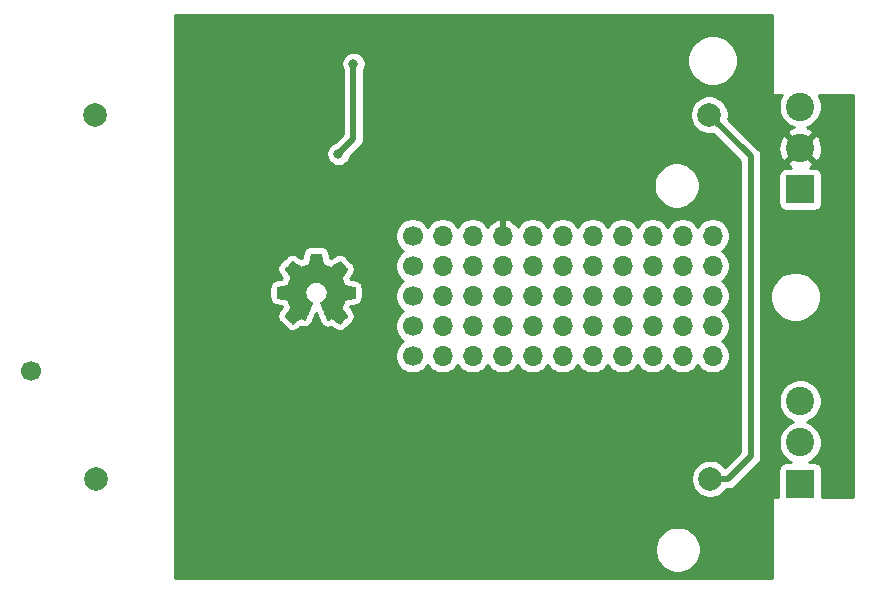
<source format=gbr>
G04 #@! TF.GenerationSoftware,KiCad,Pcbnew,5.1.5-52549c5~86~ubuntu18.04.1*
G04 #@! TF.CreationDate,2020-07-25T12:46:57-05:00*
G04 #@! TF.ProjectId,RAK4200_LORA_ADAPTABLE_NODE,52414b34-3230-4305-9f4c-4f52415f4144,rev?*
G04 #@! TF.SameCoordinates,Original*
G04 #@! TF.FileFunction,Copper,L1,Top*
G04 #@! TF.FilePolarity,Positive*
%FSLAX46Y46*%
G04 Gerber Fmt 4.6, Leading zero omitted, Abs format (unit mm)*
G04 Created by KiCad (PCBNEW 5.1.5-52549c5~86~ubuntu18.04.1) date 2020-07-25 12:46:57*
%MOMM*%
%LPD*%
G04 APERTURE LIST*
%ADD10C,0.010000*%
%ADD11O,1.700000X1.700000*%
%ADD12C,1.700000*%
%ADD13C,2.000000*%
%ADD14C,2.400000*%
%ADD15R,2.400000X2.400000*%
%ADD16C,0.800000*%
%ADD17C,0.500000*%
%ADD18C,0.254000*%
G04 APERTURE END LIST*
D10*
G36*
X129460814Y-121293931D02*
G01*
X129544635Y-121738555D01*
X129853920Y-121866053D01*
X130163206Y-121993551D01*
X130534246Y-121741246D01*
X130638157Y-121670996D01*
X130732087Y-121608272D01*
X130811652Y-121555938D01*
X130872470Y-121516857D01*
X130910157Y-121493893D01*
X130920421Y-121488942D01*
X130938910Y-121501676D01*
X130978420Y-121536882D01*
X131034522Y-121590062D01*
X131102787Y-121656718D01*
X131178786Y-121732354D01*
X131258092Y-121812472D01*
X131336275Y-121892574D01*
X131408907Y-121968164D01*
X131471559Y-122034745D01*
X131519803Y-122087818D01*
X131549210Y-122122887D01*
X131556241Y-122134623D01*
X131546123Y-122156260D01*
X131517759Y-122203662D01*
X131474129Y-122272193D01*
X131418218Y-122357215D01*
X131353006Y-122454093D01*
X131315219Y-122509350D01*
X131246343Y-122610248D01*
X131185140Y-122701299D01*
X131134578Y-122777970D01*
X131097628Y-122835728D01*
X131077258Y-122870043D01*
X131074197Y-122877254D01*
X131081136Y-122897748D01*
X131100051Y-122945513D01*
X131128087Y-123013832D01*
X131162391Y-123095989D01*
X131200109Y-123185270D01*
X131238387Y-123274958D01*
X131274370Y-123358338D01*
X131305206Y-123428694D01*
X131328039Y-123479310D01*
X131340017Y-123503471D01*
X131340724Y-123504422D01*
X131359531Y-123509036D01*
X131409618Y-123519328D01*
X131485793Y-123534287D01*
X131582865Y-123552901D01*
X131695643Y-123574159D01*
X131761442Y-123586418D01*
X131881950Y-123609362D01*
X131990797Y-123631195D01*
X132082476Y-123650722D01*
X132151481Y-123666748D01*
X132192304Y-123678079D01*
X132200511Y-123681674D01*
X132208548Y-123706006D01*
X132215033Y-123760959D01*
X132219970Y-123840108D01*
X132223364Y-123937026D01*
X132225218Y-124045287D01*
X132225538Y-124158465D01*
X132224327Y-124270135D01*
X132221590Y-124373868D01*
X132217331Y-124463241D01*
X132211555Y-124531826D01*
X132204267Y-124573197D01*
X132199895Y-124581810D01*
X132173764Y-124592133D01*
X132118393Y-124606892D01*
X132041107Y-124624352D01*
X131949230Y-124642780D01*
X131917158Y-124648741D01*
X131762524Y-124677066D01*
X131640375Y-124699876D01*
X131546673Y-124718080D01*
X131477384Y-124732583D01*
X131428471Y-124744292D01*
X131395897Y-124754115D01*
X131375628Y-124762956D01*
X131363626Y-124771724D01*
X131361947Y-124773457D01*
X131345184Y-124801371D01*
X131319614Y-124855695D01*
X131287788Y-124929777D01*
X131252260Y-125016965D01*
X131215583Y-125110608D01*
X131180311Y-125204052D01*
X131148996Y-125290647D01*
X131124193Y-125363740D01*
X131108454Y-125416678D01*
X131104332Y-125442811D01*
X131104676Y-125443726D01*
X131118641Y-125465086D01*
X131150322Y-125512084D01*
X131196391Y-125579827D01*
X131253518Y-125663423D01*
X131318373Y-125757982D01*
X131336843Y-125784854D01*
X131402699Y-125882275D01*
X131460650Y-125971163D01*
X131507538Y-126046412D01*
X131540207Y-126102920D01*
X131555500Y-126135581D01*
X131556241Y-126139593D01*
X131543392Y-126160684D01*
X131507888Y-126202464D01*
X131454293Y-126260445D01*
X131387171Y-126330135D01*
X131311087Y-126407045D01*
X131230604Y-126486683D01*
X131150287Y-126564561D01*
X131074699Y-126636186D01*
X131008405Y-126697070D01*
X130955969Y-126742721D01*
X130921955Y-126768650D01*
X130912545Y-126772883D01*
X130890643Y-126762912D01*
X130845800Y-126736020D01*
X130785321Y-126696736D01*
X130738789Y-126665117D01*
X130654475Y-126607098D01*
X130554626Y-126538784D01*
X130454473Y-126470579D01*
X130400627Y-126434075D01*
X130218371Y-126310800D01*
X130065381Y-126393520D01*
X129995682Y-126429759D01*
X129936414Y-126457926D01*
X129896311Y-126473991D01*
X129886103Y-126476226D01*
X129873829Y-126459722D01*
X129849613Y-126413082D01*
X129815263Y-126340609D01*
X129772588Y-126246606D01*
X129723394Y-126135374D01*
X129669490Y-126011215D01*
X129612684Y-125878432D01*
X129554782Y-125741327D01*
X129497593Y-125604202D01*
X129442924Y-125471358D01*
X129392584Y-125347098D01*
X129348380Y-125235725D01*
X129312119Y-125141539D01*
X129285609Y-125068844D01*
X129270658Y-125021941D01*
X129268254Y-125005833D01*
X129287311Y-124985286D01*
X129329036Y-124951933D01*
X129384706Y-124912702D01*
X129389378Y-124909599D01*
X129533264Y-124794423D01*
X129649283Y-124660053D01*
X129736430Y-124510784D01*
X129793699Y-124350913D01*
X129820086Y-124184737D01*
X129814585Y-124016552D01*
X129776190Y-123850655D01*
X129703895Y-123691342D01*
X129682626Y-123656487D01*
X129571996Y-123515737D01*
X129441302Y-123402714D01*
X129295064Y-123318003D01*
X129137808Y-123262194D01*
X128974057Y-123235874D01*
X128808333Y-123239630D01*
X128645162Y-123274050D01*
X128489065Y-123339723D01*
X128344567Y-123437235D01*
X128299869Y-123476813D01*
X128186112Y-123600703D01*
X128103218Y-123731124D01*
X128046356Y-123877315D01*
X128014687Y-124022088D01*
X128006869Y-124184860D01*
X128032938Y-124348440D01*
X128090245Y-124507298D01*
X128176144Y-124655906D01*
X128287986Y-124788735D01*
X128423123Y-124900256D01*
X128440883Y-124912011D01*
X128497150Y-124950508D01*
X128539923Y-124983863D01*
X128560372Y-125005160D01*
X128560669Y-125005833D01*
X128556279Y-125028871D01*
X128538876Y-125081157D01*
X128510268Y-125158390D01*
X128472265Y-125256268D01*
X128426674Y-125370491D01*
X128375303Y-125496758D01*
X128319962Y-125630767D01*
X128262458Y-125768218D01*
X128204601Y-125904808D01*
X128148198Y-126036237D01*
X128095058Y-126158205D01*
X128046990Y-126266409D01*
X128005801Y-126356549D01*
X127973301Y-126424323D01*
X127951297Y-126465430D01*
X127942436Y-126476226D01*
X127915360Y-126467819D01*
X127864697Y-126445272D01*
X127799183Y-126412613D01*
X127763159Y-126393520D01*
X127610168Y-126310800D01*
X127427912Y-126434075D01*
X127334875Y-126497228D01*
X127233015Y-126566727D01*
X127137562Y-126632165D01*
X127089750Y-126665117D01*
X127022505Y-126710273D01*
X126965564Y-126746057D01*
X126926354Y-126767938D01*
X126913619Y-126772563D01*
X126895083Y-126760085D01*
X126854059Y-126725252D01*
X126794525Y-126671678D01*
X126720458Y-126602983D01*
X126635835Y-126522781D01*
X126582315Y-126471286D01*
X126488681Y-126379286D01*
X126407759Y-126296999D01*
X126342823Y-126227945D01*
X126297142Y-126175644D01*
X126273989Y-126143616D01*
X126271768Y-126137116D01*
X126282076Y-126112394D01*
X126310561Y-126062405D01*
X126354063Y-125992212D01*
X126409423Y-125906875D01*
X126473480Y-125811456D01*
X126491697Y-125784854D01*
X126558073Y-125688167D01*
X126617622Y-125601117D01*
X126667016Y-125528595D01*
X126702925Y-125475493D01*
X126722019Y-125446703D01*
X126723864Y-125443726D01*
X126721105Y-125420782D01*
X126706462Y-125370336D01*
X126682487Y-125299041D01*
X126651734Y-125213547D01*
X126616756Y-125120507D01*
X126580107Y-125026574D01*
X126544339Y-124938399D01*
X126512006Y-124862634D01*
X126485662Y-124805931D01*
X126467858Y-124774943D01*
X126466593Y-124773457D01*
X126455706Y-124764601D01*
X126437318Y-124755843D01*
X126407394Y-124746277D01*
X126361897Y-124734996D01*
X126296791Y-124721093D01*
X126208039Y-124703663D01*
X126091607Y-124681798D01*
X125943458Y-124654591D01*
X125911382Y-124648741D01*
X125816314Y-124630374D01*
X125733435Y-124612405D01*
X125670070Y-124596569D01*
X125633542Y-124584600D01*
X125628644Y-124581810D01*
X125620573Y-124557072D01*
X125614013Y-124501790D01*
X125608967Y-124422389D01*
X125605441Y-124325296D01*
X125603439Y-124216938D01*
X125602964Y-124103740D01*
X125604023Y-123992128D01*
X125606618Y-123888529D01*
X125610754Y-123799368D01*
X125616437Y-123731072D01*
X125623669Y-123690066D01*
X125628029Y-123681674D01*
X125652302Y-123673208D01*
X125707574Y-123659435D01*
X125788338Y-123641550D01*
X125889088Y-123620748D01*
X126004317Y-123598223D01*
X126067098Y-123586418D01*
X126186213Y-123564151D01*
X126292435Y-123543979D01*
X126380573Y-123526915D01*
X126445434Y-123513969D01*
X126481826Y-123506155D01*
X126487816Y-123504422D01*
X126497939Y-123484890D01*
X126519338Y-123437843D01*
X126549161Y-123370003D01*
X126584555Y-123288091D01*
X126622668Y-123198828D01*
X126660647Y-123108935D01*
X126695640Y-123025135D01*
X126724794Y-122954147D01*
X126745257Y-122902694D01*
X126754177Y-122877497D01*
X126754343Y-122876396D01*
X126744231Y-122856519D01*
X126715883Y-122810777D01*
X126672277Y-122743717D01*
X126616394Y-122659884D01*
X126551213Y-122563826D01*
X126513321Y-122508650D01*
X126444275Y-122407481D01*
X126382950Y-122315630D01*
X126332337Y-122237744D01*
X126295429Y-122178469D01*
X126275218Y-122142451D01*
X126272299Y-122134377D01*
X126284847Y-122115584D01*
X126319537Y-122075457D01*
X126371937Y-122018493D01*
X126437616Y-121949185D01*
X126512144Y-121872031D01*
X126591087Y-121791525D01*
X126670017Y-121712163D01*
X126744500Y-121638440D01*
X126810106Y-121574852D01*
X126862404Y-121525894D01*
X126896961Y-121496061D01*
X126908522Y-121488942D01*
X126927346Y-121498953D01*
X126972369Y-121527078D01*
X127039213Y-121570454D01*
X127123501Y-121626218D01*
X127220856Y-121691506D01*
X127294293Y-121741246D01*
X127665333Y-121993551D01*
X128283905Y-121738555D01*
X128367725Y-121293931D01*
X128451546Y-120849307D01*
X129376994Y-120849307D01*
X129460814Y-121293931D01*
G37*
X129460814Y-121293931D02*
X129544635Y-121738555D01*
X129853920Y-121866053D01*
X130163206Y-121993551D01*
X130534246Y-121741246D01*
X130638157Y-121670996D01*
X130732087Y-121608272D01*
X130811652Y-121555938D01*
X130872470Y-121516857D01*
X130910157Y-121493893D01*
X130920421Y-121488942D01*
X130938910Y-121501676D01*
X130978420Y-121536882D01*
X131034522Y-121590062D01*
X131102787Y-121656718D01*
X131178786Y-121732354D01*
X131258092Y-121812472D01*
X131336275Y-121892574D01*
X131408907Y-121968164D01*
X131471559Y-122034745D01*
X131519803Y-122087818D01*
X131549210Y-122122887D01*
X131556241Y-122134623D01*
X131546123Y-122156260D01*
X131517759Y-122203662D01*
X131474129Y-122272193D01*
X131418218Y-122357215D01*
X131353006Y-122454093D01*
X131315219Y-122509350D01*
X131246343Y-122610248D01*
X131185140Y-122701299D01*
X131134578Y-122777970D01*
X131097628Y-122835728D01*
X131077258Y-122870043D01*
X131074197Y-122877254D01*
X131081136Y-122897748D01*
X131100051Y-122945513D01*
X131128087Y-123013832D01*
X131162391Y-123095989D01*
X131200109Y-123185270D01*
X131238387Y-123274958D01*
X131274370Y-123358338D01*
X131305206Y-123428694D01*
X131328039Y-123479310D01*
X131340017Y-123503471D01*
X131340724Y-123504422D01*
X131359531Y-123509036D01*
X131409618Y-123519328D01*
X131485793Y-123534287D01*
X131582865Y-123552901D01*
X131695643Y-123574159D01*
X131761442Y-123586418D01*
X131881950Y-123609362D01*
X131990797Y-123631195D01*
X132082476Y-123650722D01*
X132151481Y-123666748D01*
X132192304Y-123678079D01*
X132200511Y-123681674D01*
X132208548Y-123706006D01*
X132215033Y-123760959D01*
X132219970Y-123840108D01*
X132223364Y-123937026D01*
X132225218Y-124045287D01*
X132225538Y-124158465D01*
X132224327Y-124270135D01*
X132221590Y-124373868D01*
X132217331Y-124463241D01*
X132211555Y-124531826D01*
X132204267Y-124573197D01*
X132199895Y-124581810D01*
X132173764Y-124592133D01*
X132118393Y-124606892D01*
X132041107Y-124624352D01*
X131949230Y-124642780D01*
X131917158Y-124648741D01*
X131762524Y-124677066D01*
X131640375Y-124699876D01*
X131546673Y-124718080D01*
X131477384Y-124732583D01*
X131428471Y-124744292D01*
X131395897Y-124754115D01*
X131375628Y-124762956D01*
X131363626Y-124771724D01*
X131361947Y-124773457D01*
X131345184Y-124801371D01*
X131319614Y-124855695D01*
X131287788Y-124929777D01*
X131252260Y-125016965D01*
X131215583Y-125110608D01*
X131180311Y-125204052D01*
X131148996Y-125290647D01*
X131124193Y-125363740D01*
X131108454Y-125416678D01*
X131104332Y-125442811D01*
X131104676Y-125443726D01*
X131118641Y-125465086D01*
X131150322Y-125512084D01*
X131196391Y-125579827D01*
X131253518Y-125663423D01*
X131318373Y-125757982D01*
X131336843Y-125784854D01*
X131402699Y-125882275D01*
X131460650Y-125971163D01*
X131507538Y-126046412D01*
X131540207Y-126102920D01*
X131555500Y-126135581D01*
X131556241Y-126139593D01*
X131543392Y-126160684D01*
X131507888Y-126202464D01*
X131454293Y-126260445D01*
X131387171Y-126330135D01*
X131311087Y-126407045D01*
X131230604Y-126486683D01*
X131150287Y-126564561D01*
X131074699Y-126636186D01*
X131008405Y-126697070D01*
X130955969Y-126742721D01*
X130921955Y-126768650D01*
X130912545Y-126772883D01*
X130890643Y-126762912D01*
X130845800Y-126736020D01*
X130785321Y-126696736D01*
X130738789Y-126665117D01*
X130654475Y-126607098D01*
X130554626Y-126538784D01*
X130454473Y-126470579D01*
X130400627Y-126434075D01*
X130218371Y-126310800D01*
X130065381Y-126393520D01*
X129995682Y-126429759D01*
X129936414Y-126457926D01*
X129896311Y-126473991D01*
X129886103Y-126476226D01*
X129873829Y-126459722D01*
X129849613Y-126413082D01*
X129815263Y-126340609D01*
X129772588Y-126246606D01*
X129723394Y-126135374D01*
X129669490Y-126011215D01*
X129612684Y-125878432D01*
X129554782Y-125741327D01*
X129497593Y-125604202D01*
X129442924Y-125471358D01*
X129392584Y-125347098D01*
X129348380Y-125235725D01*
X129312119Y-125141539D01*
X129285609Y-125068844D01*
X129270658Y-125021941D01*
X129268254Y-125005833D01*
X129287311Y-124985286D01*
X129329036Y-124951933D01*
X129384706Y-124912702D01*
X129389378Y-124909599D01*
X129533264Y-124794423D01*
X129649283Y-124660053D01*
X129736430Y-124510784D01*
X129793699Y-124350913D01*
X129820086Y-124184737D01*
X129814585Y-124016552D01*
X129776190Y-123850655D01*
X129703895Y-123691342D01*
X129682626Y-123656487D01*
X129571996Y-123515737D01*
X129441302Y-123402714D01*
X129295064Y-123318003D01*
X129137808Y-123262194D01*
X128974057Y-123235874D01*
X128808333Y-123239630D01*
X128645162Y-123274050D01*
X128489065Y-123339723D01*
X128344567Y-123437235D01*
X128299869Y-123476813D01*
X128186112Y-123600703D01*
X128103218Y-123731124D01*
X128046356Y-123877315D01*
X128014687Y-124022088D01*
X128006869Y-124184860D01*
X128032938Y-124348440D01*
X128090245Y-124507298D01*
X128176144Y-124655906D01*
X128287986Y-124788735D01*
X128423123Y-124900256D01*
X128440883Y-124912011D01*
X128497150Y-124950508D01*
X128539923Y-124983863D01*
X128560372Y-125005160D01*
X128560669Y-125005833D01*
X128556279Y-125028871D01*
X128538876Y-125081157D01*
X128510268Y-125158390D01*
X128472265Y-125256268D01*
X128426674Y-125370491D01*
X128375303Y-125496758D01*
X128319962Y-125630767D01*
X128262458Y-125768218D01*
X128204601Y-125904808D01*
X128148198Y-126036237D01*
X128095058Y-126158205D01*
X128046990Y-126266409D01*
X128005801Y-126356549D01*
X127973301Y-126424323D01*
X127951297Y-126465430D01*
X127942436Y-126476226D01*
X127915360Y-126467819D01*
X127864697Y-126445272D01*
X127799183Y-126412613D01*
X127763159Y-126393520D01*
X127610168Y-126310800D01*
X127427912Y-126434075D01*
X127334875Y-126497228D01*
X127233015Y-126566727D01*
X127137562Y-126632165D01*
X127089750Y-126665117D01*
X127022505Y-126710273D01*
X126965564Y-126746057D01*
X126926354Y-126767938D01*
X126913619Y-126772563D01*
X126895083Y-126760085D01*
X126854059Y-126725252D01*
X126794525Y-126671678D01*
X126720458Y-126602983D01*
X126635835Y-126522781D01*
X126582315Y-126471286D01*
X126488681Y-126379286D01*
X126407759Y-126296999D01*
X126342823Y-126227945D01*
X126297142Y-126175644D01*
X126273989Y-126143616D01*
X126271768Y-126137116D01*
X126282076Y-126112394D01*
X126310561Y-126062405D01*
X126354063Y-125992212D01*
X126409423Y-125906875D01*
X126473480Y-125811456D01*
X126491697Y-125784854D01*
X126558073Y-125688167D01*
X126617622Y-125601117D01*
X126667016Y-125528595D01*
X126702925Y-125475493D01*
X126722019Y-125446703D01*
X126723864Y-125443726D01*
X126721105Y-125420782D01*
X126706462Y-125370336D01*
X126682487Y-125299041D01*
X126651734Y-125213547D01*
X126616756Y-125120507D01*
X126580107Y-125026574D01*
X126544339Y-124938399D01*
X126512006Y-124862634D01*
X126485662Y-124805931D01*
X126467858Y-124774943D01*
X126466593Y-124773457D01*
X126455706Y-124764601D01*
X126437318Y-124755843D01*
X126407394Y-124746277D01*
X126361897Y-124734996D01*
X126296791Y-124721093D01*
X126208039Y-124703663D01*
X126091607Y-124681798D01*
X125943458Y-124654591D01*
X125911382Y-124648741D01*
X125816314Y-124630374D01*
X125733435Y-124612405D01*
X125670070Y-124596569D01*
X125633542Y-124584600D01*
X125628644Y-124581810D01*
X125620573Y-124557072D01*
X125614013Y-124501790D01*
X125608967Y-124422389D01*
X125605441Y-124325296D01*
X125603439Y-124216938D01*
X125602964Y-124103740D01*
X125604023Y-123992128D01*
X125606618Y-123888529D01*
X125610754Y-123799368D01*
X125616437Y-123731072D01*
X125623669Y-123690066D01*
X125628029Y-123681674D01*
X125652302Y-123673208D01*
X125707574Y-123659435D01*
X125788338Y-123641550D01*
X125889088Y-123620748D01*
X126004317Y-123598223D01*
X126067098Y-123586418D01*
X126186213Y-123564151D01*
X126292435Y-123543979D01*
X126380573Y-123526915D01*
X126445434Y-123513969D01*
X126481826Y-123506155D01*
X126487816Y-123504422D01*
X126497939Y-123484890D01*
X126519338Y-123437843D01*
X126549161Y-123370003D01*
X126584555Y-123288091D01*
X126622668Y-123198828D01*
X126660647Y-123108935D01*
X126695640Y-123025135D01*
X126724794Y-122954147D01*
X126745257Y-122902694D01*
X126754177Y-122877497D01*
X126754343Y-122876396D01*
X126744231Y-122856519D01*
X126715883Y-122810777D01*
X126672277Y-122743717D01*
X126616394Y-122659884D01*
X126551213Y-122563826D01*
X126513321Y-122508650D01*
X126444275Y-122407481D01*
X126382950Y-122315630D01*
X126332337Y-122237744D01*
X126295429Y-122178469D01*
X126275218Y-122142451D01*
X126272299Y-122134377D01*
X126284847Y-122115584D01*
X126319537Y-122075457D01*
X126371937Y-122018493D01*
X126437616Y-121949185D01*
X126512144Y-121872031D01*
X126591087Y-121791525D01*
X126670017Y-121712163D01*
X126744500Y-121638440D01*
X126810106Y-121574852D01*
X126862404Y-121525894D01*
X126896961Y-121496061D01*
X126908522Y-121488942D01*
X126927346Y-121498953D01*
X126972369Y-121527078D01*
X127039213Y-121570454D01*
X127123501Y-121626218D01*
X127220856Y-121691506D01*
X127294293Y-121741246D01*
X127665333Y-121993551D01*
X128283905Y-121738555D01*
X128367725Y-121293931D01*
X128451546Y-120849307D01*
X129376994Y-120849307D01*
X129460814Y-121293931D01*
D11*
X162495000Y-121885000D03*
X159955000Y-121885000D03*
X157415000Y-121885000D03*
X154875000Y-121885000D03*
X152335000Y-121885000D03*
X149795000Y-121885000D03*
X147255000Y-121885000D03*
X144715000Y-121885000D03*
X142175000Y-121885000D03*
X139635000Y-121885000D03*
D12*
X137095000Y-121885000D03*
D11*
X162495000Y-124425000D03*
X159955000Y-124425000D03*
X157415000Y-124425000D03*
X154875000Y-124425000D03*
X152335000Y-124425000D03*
X149795000Y-124425000D03*
X147255000Y-124425000D03*
X144715000Y-124425000D03*
X142175000Y-124425000D03*
X139635000Y-124425000D03*
D12*
X137095000Y-124425000D03*
D11*
X162495000Y-126965000D03*
X159955000Y-126965000D03*
X157415000Y-126965000D03*
X154875000Y-126965000D03*
X152335000Y-126965000D03*
X149795000Y-126965000D03*
X147255000Y-126965000D03*
X144715000Y-126965000D03*
X142175000Y-126965000D03*
X139635000Y-126965000D03*
D12*
X137095000Y-126965000D03*
X104775000Y-130810000D03*
D11*
X162495000Y-119345000D03*
X159955000Y-119345000D03*
X157415000Y-119345000D03*
X154875000Y-119345000D03*
X152335000Y-119345000D03*
X149795000Y-119345000D03*
X147255000Y-119345000D03*
X144715000Y-119345000D03*
X142175000Y-119345000D03*
X139635000Y-119345000D03*
D12*
X137095000Y-119345000D03*
D11*
X162495000Y-129505000D03*
X159955000Y-129505000D03*
X157415000Y-129505000D03*
X154875000Y-129505000D03*
X152335000Y-129505000D03*
X149795000Y-129505000D03*
X147255000Y-129505000D03*
X144715000Y-129505000D03*
X142175000Y-129505000D03*
X139635000Y-129505000D03*
D12*
X137095000Y-129505000D03*
D13*
X162290000Y-139915000D03*
X110300000Y-139915000D03*
D14*
X169910000Y-133335000D03*
X169910000Y-136835000D03*
D15*
X169910000Y-140335000D03*
D14*
X169910000Y-108400000D03*
X169910000Y-111900000D03*
D15*
X169910000Y-115400000D03*
D13*
X110220000Y-109085000D03*
X162210000Y-109085000D03*
D16*
X151765000Y-107315000D03*
X144715000Y-113600000D03*
X132080000Y-104775000D03*
X130810000Y-112395000D03*
D17*
X163790000Y-139915000D02*
X165735000Y-137970000D01*
X162290000Y-139915000D02*
X163790000Y-139915000D01*
X165735000Y-112610000D02*
X162210000Y-109085000D01*
X165735000Y-137970000D02*
X165735000Y-112610000D01*
X151765000Y-107315000D02*
X151000000Y-107315000D01*
X151000000Y-107315000D02*
X144715000Y-113600000D01*
X132080000Y-104775000D02*
X132080000Y-111125000D01*
X132080000Y-111125000D02*
X130810000Y-112395000D01*
D18*
G36*
X167513000Y-107315000D02*
G01*
X167515440Y-107339776D01*
X167522667Y-107363601D01*
X167534403Y-107385557D01*
X167550197Y-107404803D01*
X167569443Y-107420597D01*
X167591399Y-107432333D01*
X167615224Y-107439560D01*
X167640000Y-107442000D01*
X168343179Y-107442000D01*
X168283844Y-107530801D01*
X168145518Y-107864750D01*
X168075000Y-108219268D01*
X168075000Y-108580732D01*
X168145518Y-108935250D01*
X168283844Y-109269199D01*
X168484662Y-109569744D01*
X168740256Y-109825338D01*
X169040801Y-110026156D01*
X169347489Y-110153190D01*
X169154167Y-110218154D01*
X168931514Y-110337164D01*
X168811626Y-110622020D01*
X169910000Y-111720395D01*
X171008374Y-110622020D01*
X170888486Y-110337164D01*
X170564790Y-110176301D01*
X170475310Y-110152031D01*
X170779199Y-110026156D01*
X171079744Y-109825338D01*
X171335338Y-109569744D01*
X171536156Y-109269199D01*
X171674482Y-108935250D01*
X171745000Y-108580732D01*
X171745000Y-108219268D01*
X171674482Y-107864750D01*
X171536156Y-107530801D01*
X171476821Y-107442000D01*
X174340000Y-107442000D01*
X174340001Y-141478000D01*
X171748072Y-141478000D01*
X171748072Y-139135000D01*
X171735812Y-139010518D01*
X171699502Y-138890820D01*
X171640537Y-138780506D01*
X171561185Y-138683815D01*
X171464494Y-138604463D01*
X171354180Y-138545498D01*
X171234482Y-138509188D01*
X171110000Y-138496928D01*
X170692838Y-138496928D01*
X170779199Y-138461156D01*
X171079744Y-138260338D01*
X171335338Y-138004744D01*
X171536156Y-137704199D01*
X171674482Y-137370250D01*
X171745000Y-137015732D01*
X171745000Y-136654268D01*
X171674482Y-136299750D01*
X171536156Y-135965801D01*
X171335338Y-135665256D01*
X171079744Y-135409662D01*
X170779199Y-135208844D01*
X170480213Y-135085000D01*
X170779199Y-134961156D01*
X171079744Y-134760338D01*
X171335338Y-134504744D01*
X171536156Y-134204199D01*
X171674482Y-133870250D01*
X171745000Y-133515732D01*
X171745000Y-133154268D01*
X171674482Y-132799750D01*
X171536156Y-132465801D01*
X171335338Y-132165256D01*
X171079744Y-131909662D01*
X170779199Y-131708844D01*
X170445250Y-131570518D01*
X170090732Y-131500000D01*
X169729268Y-131500000D01*
X169374750Y-131570518D01*
X169040801Y-131708844D01*
X168740256Y-131909662D01*
X168484662Y-132165256D01*
X168283844Y-132465801D01*
X168145518Y-132799750D01*
X168075000Y-133154268D01*
X168075000Y-133515732D01*
X168145518Y-133870250D01*
X168283844Y-134204199D01*
X168484662Y-134504744D01*
X168740256Y-134760338D01*
X169040801Y-134961156D01*
X169339787Y-135085000D01*
X169040801Y-135208844D01*
X168740256Y-135409662D01*
X168484662Y-135665256D01*
X168283844Y-135965801D01*
X168145518Y-136299750D01*
X168075000Y-136654268D01*
X168075000Y-137015732D01*
X168145518Y-137370250D01*
X168283844Y-137704199D01*
X168484662Y-138004744D01*
X168740256Y-138260338D01*
X169040801Y-138461156D01*
X169127162Y-138496928D01*
X168710000Y-138496928D01*
X168585518Y-138509188D01*
X168465820Y-138545498D01*
X168355506Y-138604463D01*
X168258815Y-138683815D01*
X168179463Y-138780506D01*
X168120498Y-138890820D01*
X168084188Y-139010518D01*
X168071928Y-139135000D01*
X168071928Y-141478000D01*
X167640000Y-141478000D01*
X167615224Y-141480440D01*
X167591399Y-141487667D01*
X167569443Y-141499403D01*
X167550197Y-141515197D01*
X167534403Y-141534443D01*
X167522667Y-141556399D01*
X167515440Y-141580224D01*
X167513000Y-141605000D01*
X167513000Y-148340000D01*
X116967000Y-148340000D01*
X116967000Y-145717449D01*
X157585000Y-145717449D01*
X157585000Y-146102551D01*
X157660130Y-146480252D01*
X157807502Y-146836040D01*
X158021453Y-147156240D01*
X158293760Y-147428547D01*
X158613960Y-147642498D01*
X158969748Y-147789870D01*
X159347449Y-147865000D01*
X159732551Y-147865000D01*
X160110252Y-147789870D01*
X160466040Y-147642498D01*
X160786240Y-147428547D01*
X161058547Y-147156240D01*
X161272498Y-146836040D01*
X161419870Y-146480252D01*
X161495000Y-146102551D01*
X161495000Y-145717449D01*
X161419870Y-145339748D01*
X161272498Y-144983960D01*
X161058547Y-144663760D01*
X160786240Y-144391453D01*
X160466040Y-144177502D01*
X160110252Y-144030130D01*
X159732551Y-143955000D01*
X159347449Y-143955000D01*
X158969748Y-144030130D01*
X158613960Y-144177502D01*
X158293760Y-144391453D01*
X158021453Y-144663760D01*
X157807502Y-144983960D01*
X157660130Y-145339748D01*
X157585000Y-145717449D01*
X116967000Y-145717449D01*
X116967000Y-124106426D01*
X124962970Y-124106426D01*
X124963445Y-124219624D01*
X124963455Y-124219720D01*
X124963445Y-124219825D01*
X124963548Y-124228760D01*
X124965550Y-124337118D01*
X124965694Y-124338349D01*
X124965600Y-124339590D01*
X124965863Y-124348523D01*
X124969389Y-124445616D01*
X124969956Y-124449818D01*
X124969751Y-124454058D01*
X124970255Y-124462980D01*
X124975301Y-124542380D01*
X124977397Y-124555271D01*
X124977481Y-124568325D01*
X124978472Y-124577206D01*
X124985032Y-124632488D01*
X124997579Y-124689710D01*
X125009424Y-124747065D01*
X125011767Y-124754419D01*
X125011784Y-124754496D01*
X125011812Y-124754561D01*
X125012137Y-124755580D01*
X125020208Y-124780318D01*
X125037826Y-124820510D01*
X125053089Y-124861698D01*
X125062860Y-124877623D01*
X125070353Y-124894716D01*
X125095438Y-124930715D01*
X125118414Y-124968160D01*
X125131094Y-124981885D01*
X125141763Y-124997196D01*
X125173374Y-125027649D01*
X125203175Y-125059906D01*
X125218269Y-125070899D01*
X125231717Y-125083855D01*
X125268641Y-125107588D01*
X125304139Y-125133442D01*
X125311873Y-125137918D01*
X125316772Y-125140708D01*
X125327914Y-125145684D01*
X125336791Y-125151390D01*
X125370204Y-125164572D01*
X125371343Y-125165081D01*
X125425788Y-125189942D01*
X125430678Y-125191582D01*
X125430820Y-125191645D01*
X125430968Y-125191679D01*
X125434261Y-125192783D01*
X125470789Y-125204752D01*
X125488870Y-125208774D01*
X125506241Y-125215246D01*
X125514896Y-125217472D01*
X125578261Y-125233308D01*
X125583797Y-125234129D01*
X125589107Y-125235919D01*
X125597827Y-125237873D01*
X125680707Y-125255842D01*
X125683479Y-125256164D01*
X125686150Y-125256998D01*
X125694912Y-125258754D01*
X125789980Y-125277121D01*
X125790102Y-125277132D01*
X125796553Y-125278355D01*
X125828162Y-125284120D01*
X125974653Y-125311022D01*
X126006428Y-125316990D01*
X126017358Y-125345003D01*
X125964065Y-125422633D01*
X125964044Y-125422670D01*
X125963645Y-125423245D01*
X125945428Y-125449847D01*
X125945359Y-125449973D01*
X125942112Y-125454737D01*
X125878056Y-125550156D01*
X125877787Y-125550656D01*
X125877421Y-125551102D01*
X125872506Y-125558565D01*
X125817146Y-125643902D01*
X125816157Y-125645813D01*
X125814824Y-125647507D01*
X125810064Y-125655070D01*
X125766562Y-125725262D01*
X125763314Y-125731867D01*
X125758980Y-125737815D01*
X125754502Y-125745548D01*
X125726017Y-125795537D01*
X125711792Y-125827375D01*
X125694864Y-125857870D01*
X125691368Y-125866094D01*
X125681060Y-125890816D01*
X125675854Y-125907807D01*
X125675063Y-125909578D01*
X125674332Y-125912775D01*
X125669449Y-125928715D01*
X125655149Y-125965706D01*
X125651190Y-125988310D01*
X125644470Y-126010243D01*
X125640441Y-126049678D01*
X125633599Y-126088739D01*
X125634106Y-126111681D01*
X125631774Y-126134502D01*
X125635482Y-126173977D01*
X125636357Y-126213615D01*
X125641308Y-126236014D01*
X125643454Y-126258861D01*
X125648591Y-126276131D01*
X125649556Y-126283916D01*
X125656645Y-126305398D01*
X125663316Y-126335576D01*
X125666146Y-126344052D01*
X125668368Y-126350552D01*
X125675190Y-126365547D01*
X125679068Y-126378582D01*
X125683701Y-126387382D01*
X125688700Y-126402530D01*
X125705746Y-126432704D01*
X125720096Y-126464244D01*
X125735379Y-126485540D01*
X125737257Y-126489107D01*
X125738424Y-126490550D01*
X125750136Y-126511282D01*
X125755321Y-126518561D01*
X125778474Y-126550588D01*
X125795030Y-126569326D01*
X125809285Y-126589886D01*
X125815117Y-126596657D01*
X125860798Y-126648958D01*
X125866122Y-126653969D01*
X125870510Y-126659826D01*
X125876586Y-126666378D01*
X125941522Y-126735432D01*
X125943553Y-126737207D01*
X125945220Y-126739332D01*
X125951442Y-126745747D01*
X126032364Y-126828034D01*
X126033153Y-126828693D01*
X126033803Y-126829493D01*
X126040133Y-126835800D01*
X126133767Y-126927800D01*
X126133862Y-126927876D01*
X126138576Y-126932475D01*
X126192096Y-126983970D01*
X126192214Y-126984063D01*
X126195583Y-126987301D01*
X126280207Y-127067503D01*
X126280297Y-127067573D01*
X126285247Y-127072228D01*
X126359313Y-127140923D01*
X126359587Y-127141132D01*
X126359816Y-127141389D01*
X126366417Y-127147412D01*
X126425950Y-127200986D01*
X126429784Y-127203811D01*
X126433051Y-127207282D01*
X126439822Y-127213113D01*
X126480846Y-127247945D01*
X126506507Y-127265736D01*
X126530308Y-127285955D01*
X126537686Y-127290997D01*
X126556222Y-127303475D01*
X126577487Y-127314948D01*
X126583495Y-127319113D01*
X126592381Y-127322983D01*
X126597030Y-127325491D01*
X126636677Y-127349541D01*
X126651899Y-127355093D01*
X126666150Y-127362782D01*
X126710451Y-127376451D01*
X126754021Y-127392344D01*
X126770026Y-127394833D01*
X126785504Y-127399609D01*
X126831628Y-127404414D01*
X126877443Y-127411540D01*
X126893624Y-127410873D01*
X126909738Y-127412552D01*
X126955925Y-127408306D01*
X127002243Y-127406397D01*
X127017986Y-127402600D01*
X127034119Y-127401117D01*
X127078597Y-127387982D01*
X127107394Y-127381037D01*
X127115218Y-127379436D01*
X127116821Y-127378763D01*
X127123668Y-127377112D01*
X127132088Y-127374120D01*
X127144823Y-127369495D01*
X127150673Y-127366697D01*
X127153911Y-127365741D01*
X127166874Y-127358949D01*
X127187132Y-127349261D01*
X127230395Y-127331107D01*
X127238229Y-127326807D01*
X127277439Y-127304926D01*
X127287486Y-127297953D01*
X127298504Y-127292639D01*
X127306103Y-127287936D01*
X127363044Y-127252152D01*
X127367186Y-127248945D01*
X127371841Y-127246524D01*
X127379294Y-127241593D01*
X127446540Y-127196437D01*
X127446602Y-127196386D01*
X127452936Y-127192085D01*
X127500288Y-127159451D01*
X127594272Y-127095020D01*
X127656088Y-127052843D01*
X127686640Y-127063001D01*
X127717064Y-127076325D01*
X127725580Y-127079034D01*
X127752656Y-127087441D01*
X127772369Y-127091505D01*
X127773668Y-127091937D01*
X127775718Y-127092196D01*
X127813174Y-127099918D01*
X127873560Y-127112509D01*
X127874282Y-127112516D01*
X127874989Y-127112662D01*
X127936361Y-127113143D01*
X127998460Y-127113770D01*
X127999178Y-127113635D01*
X127999891Y-127113641D01*
X128060166Y-127102197D01*
X128121226Y-127090746D01*
X128121897Y-127090478D01*
X128122605Y-127090343D01*
X128179710Y-127067328D01*
X128237182Y-127044315D01*
X128237790Y-127043920D01*
X128238457Y-127043651D01*
X128290034Y-127009963D01*
X128341911Y-126976245D01*
X128342429Y-126975741D01*
X128343032Y-126975347D01*
X128386911Y-126932452D01*
X128431424Y-126889132D01*
X128432299Y-126888081D01*
X128432349Y-126888032D01*
X128432393Y-126887968D01*
X128437141Y-126882264D01*
X128446002Y-126871468D01*
X128478300Y-126823181D01*
X128511273Y-126775313D01*
X128515441Y-126767654D01*
X128515447Y-126767646D01*
X128515450Y-126767638D01*
X128515545Y-126767464D01*
X128537549Y-126726357D01*
X128541290Y-126717352D01*
X128546461Y-126709083D01*
X128550380Y-126701053D01*
X128582881Y-126633278D01*
X128583383Y-126631901D01*
X128584138Y-126630642D01*
X128587908Y-126622540D01*
X128629097Y-126532400D01*
X128629136Y-126532288D01*
X128631875Y-126526235D01*
X128679943Y-126418032D01*
X128679995Y-126417874D01*
X128681788Y-126413836D01*
X128734929Y-126291868D01*
X128734976Y-126291722D01*
X128736327Y-126288634D01*
X128792730Y-126157204D01*
X128792771Y-126157076D01*
X128793913Y-126154430D01*
X128851770Y-126017840D01*
X128851809Y-126017715D01*
X128852872Y-126015223D01*
X128910376Y-125877772D01*
X128910415Y-125877644D01*
X128911506Y-125875054D01*
X128914301Y-125868285D01*
X128964095Y-125987678D01*
X128964160Y-125987799D01*
X128965203Y-125990317D01*
X129023105Y-126127422D01*
X129023167Y-126127537D01*
X129024269Y-126130162D01*
X129081075Y-126262945D01*
X129081146Y-126263074D01*
X129082430Y-126266089D01*
X129136334Y-126390247D01*
X129136408Y-126390381D01*
X129138082Y-126394237D01*
X129187276Y-126505469D01*
X129187344Y-126505589D01*
X129189828Y-126511164D01*
X129232503Y-126605167D01*
X129232901Y-126605857D01*
X129233163Y-126606618D01*
X129236935Y-126614719D01*
X129271285Y-126687192D01*
X129274971Y-126693337D01*
X129277548Y-126700036D01*
X129281611Y-126707995D01*
X129305827Y-126754635D01*
X129331387Y-126793936D01*
X129354997Y-126834440D01*
X129360280Y-126841648D01*
X129372554Y-126858152D01*
X129405979Y-126894965D01*
X129437918Y-126933096D01*
X129447903Y-126941138D01*
X129456518Y-126950627D01*
X129496452Y-126980244D01*
X129535193Y-127011448D01*
X129546552Y-127017399D01*
X129556844Y-127025032D01*
X129601775Y-127046331D01*
X129645835Y-127069414D01*
X129658127Y-127073044D01*
X129669712Y-127078535D01*
X129717936Y-127090703D01*
X129765628Y-127104785D01*
X129778393Y-127105958D01*
X129790822Y-127109094D01*
X129840492Y-127111664D01*
X129890011Y-127116214D01*
X129902758Y-127114886D01*
X129915561Y-127115548D01*
X129964778Y-127108422D01*
X129991575Y-127105629D01*
X130005583Y-127104593D01*
X130008048Y-127103913D01*
X130014243Y-127103267D01*
X130022986Y-127101416D01*
X130033194Y-127099181D01*
X130036903Y-127097979D01*
X130039178Y-127097650D01*
X130053255Y-127092682D01*
X130079274Y-127084253D01*
X130125987Y-127071360D01*
X130134305Y-127068094D01*
X130172432Y-127052820D01*
X130193864Y-127067416D01*
X130292296Y-127134760D01*
X130375985Y-127192349D01*
X130376121Y-127192424D01*
X130379088Y-127194470D01*
X130425619Y-127226089D01*
X130427544Y-127227138D01*
X130429239Y-127228531D01*
X130436699Y-127233451D01*
X130497178Y-127272735D01*
X130503422Y-127275972D01*
X130509015Y-127280241D01*
X130516647Y-127284890D01*
X130561490Y-127311782D01*
X130590139Y-127325355D01*
X130617359Y-127341632D01*
X130625467Y-127345391D01*
X130647369Y-127355362D01*
X130663778Y-127360973D01*
X130679233Y-127368841D01*
X130722760Y-127381141D01*
X130765556Y-127395775D01*
X130782743Y-127398092D01*
X130799432Y-127402808D01*
X130844524Y-127406420D01*
X130889343Y-127412462D01*
X130906649Y-127411397D01*
X130923940Y-127412782D01*
X130968863Y-127407568D01*
X131014013Y-127404789D01*
X131030793Y-127400380D01*
X131048013Y-127398381D01*
X131074584Y-127389840D01*
X131078068Y-127389318D01*
X131092294Y-127384219D01*
X131134818Y-127373045D01*
X131150413Y-127365465D01*
X131166926Y-127360157D01*
X131175101Y-127356548D01*
X131184511Y-127352315D01*
X131189859Y-127349250D01*
X131195650Y-127347174D01*
X131228405Y-127327556D01*
X131247157Y-127318442D01*
X131258231Y-127310060D01*
X131292878Y-127290201D01*
X131297522Y-127286162D01*
X131302807Y-127282996D01*
X131309951Y-127277628D01*
X131343965Y-127251699D01*
X131355954Y-127240551D01*
X131369428Y-127231241D01*
X131376209Y-127225420D01*
X131428645Y-127179769D01*
X131431421Y-127176830D01*
X131434687Y-127174442D01*
X131441311Y-127168443D01*
X131507605Y-127107559D01*
X131507955Y-127107168D01*
X131508376Y-127106850D01*
X131514905Y-127100749D01*
X131590493Y-127029124D01*
X131590554Y-127029054D01*
X131595805Y-127024032D01*
X131676122Y-126946154D01*
X131676207Y-126946054D01*
X131680758Y-126941613D01*
X131761241Y-126861975D01*
X131761315Y-126861886D01*
X131766072Y-126857144D01*
X131841883Y-126780509D01*
X131841889Y-126780504D01*
X131841973Y-126780417D01*
X131842156Y-126780233D01*
X131842167Y-126780219D01*
X131848133Y-126774111D01*
X131915255Y-126704420D01*
X131916560Y-126702769D01*
X131918157Y-126701388D01*
X131924268Y-126694868D01*
X131977863Y-126636887D01*
X131983249Y-126629778D01*
X131989747Y-126623667D01*
X131995581Y-126616898D01*
X132031085Y-126575118D01*
X132057205Y-126537477D01*
X132085250Y-126501257D01*
X132089952Y-126493658D01*
X132102802Y-126472567D01*
X132120787Y-126435281D01*
X132141203Y-126399248D01*
X132147869Y-126379133D01*
X132157067Y-126360064D01*
X132167466Y-126320001D01*
X132180496Y-126280683D01*
X132183127Y-126259662D01*
X132188448Y-126239164D01*
X132190869Y-126197823D01*
X132196011Y-126156744D01*
X132194510Y-126135624D01*
X132195749Y-126114472D01*
X132190093Y-126073450D01*
X132187159Y-126032152D01*
X132185597Y-126023354D01*
X132184856Y-126019342D01*
X132180785Y-126005205D01*
X132178868Y-125990626D01*
X132163534Y-125945297D01*
X132150292Y-125899313D01*
X132143557Y-125886244D01*
X132138842Y-125872307D01*
X132135109Y-125864188D01*
X132119816Y-125831527D01*
X132107986Y-125811596D01*
X132098695Y-125790363D01*
X132094276Y-125782596D01*
X132061607Y-125726088D01*
X132058034Y-125721104D01*
X132055392Y-125715571D01*
X132050719Y-125707954D01*
X132003831Y-125632704D01*
X132002551Y-125631037D01*
X132001603Y-125629153D01*
X131996774Y-125621634D01*
X131938823Y-125532746D01*
X131938280Y-125532068D01*
X131937871Y-125531288D01*
X131932918Y-125523850D01*
X131867062Y-125426429D01*
X131866957Y-125426302D01*
X131864271Y-125422335D01*
X131846162Y-125395989D01*
X131811187Y-125344995D01*
X131812959Y-125340299D01*
X131822082Y-125317008D01*
X131879022Y-125306375D01*
X132032471Y-125278267D01*
X132032560Y-125278241D01*
X132034107Y-125277965D01*
X132066179Y-125272004D01*
X132066244Y-125271985D01*
X132066316Y-125271979D01*
X132075090Y-125270282D01*
X132166967Y-125251854D01*
X132170124Y-125250892D01*
X132173408Y-125250528D01*
X132182138Y-125248620D01*
X132259424Y-125231160D01*
X132266846Y-125228701D01*
X132274578Y-125227542D01*
X132283228Y-125225301D01*
X132338599Y-125210542D01*
X132369116Y-125199117D01*
X132400577Y-125190595D01*
X132408911Y-125187369D01*
X132435042Y-125177046D01*
X132453885Y-125167380D01*
X132455576Y-125166747D01*
X132457803Y-125165370D01*
X132470473Y-125158871D01*
X132507115Y-125143251D01*
X132525925Y-125130426D01*
X132546179Y-125120036D01*
X132577405Y-125095325D01*
X132610315Y-125072886D01*
X132626277Y-125056650D01*
X132644126Y-125042525D01*
X132669966Y-125012211D01*
X132697882Y-124983815D01*
X132710380Y-124964798D01*
X132725153Y-124947467D01*
X132735533Y-124928926D01*
X132739853Y-124923552D01*
X132749035Y-124905981D01*
X132766482Y-124879434D01*
X132770582Y-124871493D01*
X132774954Y-124862880D01*
X132780570Y-124848485D01*
X132786172Y-124838479D01*
X132789254Y-124829018D01*
X132797703Y-124812850D01*
X132807604Y-124779190D01*
X132820351Y-124746516D01*
X132825182Y-124719429D01*
X132832950Y-124693021D01*
X132834562Y-124684231D01*
X132841850Y-124642860D01*
X132843724Y-124618452D01*
X132848486Y-124594434D01*
X132849297Y-124585535D01*
X132855073Y-124516949D01*
X132854974Y-124509747D01*
X132856118Y-124502628D01*
X132856606Y-124493705D01*
X132860865Y-124404333D01*
X132860748Y-124401998D01*
X132861070Y-124399680D01*
X132861367Y-124390749D01*
X132864104Y-124287016D01*
X132864068Y-124286513D01*
X132864130Y-124286010D01*
X132864289Y-124277075D01*
X132865498Y-124165601D01*
X132865499Y-124165591D01*
X132865535Y-124156655D01*
X132865215Y-124043477D01*
X132865205Y-124043374D01*
X132865215Y-124043264D01*
X132865124Y-124034329D01*
X132863270Y-123926067D01*
X132863126Y-123924820D01*
X132863223Y-123923560D01*
X132862972Y-123914627D01*
X132859578Y-123817709D01*
X132859011Y-123813466D01*
X132859223Y-123809187D01*
X132858729Y-123800265D01*
X132853792Y-123721116D01*
X132851684Y-123708058D01*
X132851608Y-123694834D01*
X132850623Y-123685953D01*
X132844138Y-123631000D01*
X132831342Y-123572464D01*
X132818999Y-123513781D01*
X132817497Y-123509126D01*
X132817464Y-123508975D01*
X132817403Y-123508835D01*
X132816255Y-123505277D01*
X132808218Y-123480945D01*
X132802630Y-123468322D01*
X132799020Y-123454984D01*
X132777380Y-123411284D01*
X132757656Y-123366730D01*
X132749721Y-123355431D01*
X132743590Y-123343050D01*
X132713873Y-123304385D01*
X132685872Y-123264512D01*
X132675895Y-123254970D01*
X132667475Y-123244015D01*
X132630833Y-123211875D01*
X132595602Y-123178182D01*
X132583950Y-123170753D01*
X132573572Y-123161650D01*
X132531392Y-123137243D01*
X132490281Y-123111031D01*
X132477416Y-123106010D01*
X132465461Y-123099092D01*
X132457301Y-123095450D01*
X132449094Y-123091855D01*
X132410112Y-123079147D01*
X132372067Y-123063843D01*
X132363473Y-123061393D01*
X132322651Y-123050063D01*
X132313612Y-123048483D01*
X132304955Y-123045422D01*
X132296264Y-123043340D01*
X132227259Y-123027314D01*
X132225868Y-123027132D01*
X132224528Y-123026685D01*
X132215800Y-123024763D01*
X132124122Y-123005236D01*
X132124041Y-123005227D01*
X132116664Y-123003694D01*
X132007817Y-122981861D01*
X132007683Y-122981848D01*
X132001652Y-122980656D01*
X131881144Y-122957712D01*
X131881018Y-122957701D01*
X131878663Y-122957245D01*
X131813926Y-122945184D01*
X131795035Y-122941623D01*
X131843805Y-122870179D01*
X131881294Y-122815357D01*
X131881370Y-122815219D01*
X131883928Y-122811475D01*
X131949140Y-122714597D01*
X131949195Y-122714496D01*
X131952956Y-122708862D01*
X132008867Y-122623840D01*
X132008987Y-122623611D01*
X132009152Y-122623407D01*
X132014003Y-122615902D01*
X132057633Y-122547371D01*
X132059629Y-122543435D01*
X132062307Y-122539918D01*
X132066949Y-122532281D01*
X132095313Y-122484879D01*
X132107335Y-122459440D01*
X132122026Y-122435431D01*
X132125867Y-122427363D01*
X132135985Y-122405726D01*
X132145664Y-122378335D01*
X132148682Y-122371949D01*
X132150551Y-122364505D01*
X132155271Y-122351148D01*
X132175366Y-122296751D01*
X132176086Y-122292244D01*
X132177601Y-122287956D01*
X132185915Y-122230699D01*
X132195065Y-122173408D01*
X132194896Y-122168851D01*
X132195550Y-122164346D01*
X132192581Y-122106491D01*
X132190432Y-122048587D01*
X132189383Y-122044157D01*
X132189149Y-122039604D01*
X132174985Y-121983373D01*
X132161642Y-121927044D01*
X132159753Y-121922903D01*
X132158639Y-121918482D01*
X132133837Y-121866104D01*
X132118107Y-121831627D01*
X132114393Y-121822609D01*
X132113111Y-121820678D01*
X132109794Y-121813408D01*
X132105255Y-121805710D01*
X132098224Y-121793974D01*
X132070793Y-121756938D01*
X132045306Y-121718549D01*
X132039612Y-121711662D01*
X132010205Y-121676593D01*
X132004241Y-121670749D01*
X131999348Y-121663982D01*
X131993383Y-121657328D01*
X131945139Y-121604255D01*
X131944362Y-121603552D01*
X131943729Y-121602708D01*
X131937651Y-121596158D01*
X131874999Y-121529577D01*
X131874906Y-121529496D01*
X131870395Y-121524736D01*
X131797763Y-121449145D01*
X131797645Y-121449044D01*
X131794277Y-121445545D01*
X131716093Y-121365443D01*
X131715974Y-121365342D01*
X131712939Y-121362234D01*
X131633633Y-121282116D01*
X131633509Y-121282013D01*
X131630249Y-121278723D01*
X131554251Y-121203088D01*
X131554145Y-121203002D01*
X131549906Y-121198805D01*
X131481642Y-121132149D01*
X131481432Y-121131980D01*
X131481256Y-121131772D01*
X131474813Y-121125580D01*
X131418711Y-121072399D01*
X131414438Y-121069076D01*
X131410824Y-121065048D01*
X131404194Y-121059057D01*
X131364684Y-121023851D01*
X131336033Y-121002956D01*
X131309254Y-120979713D01*
X131301930Y-120974593D01*
X131283441Y-120961859D01*
X131267858Y-120953237D01*
X131263764Y-120950251D01*
X131262893Y-120949847D01*
X131250514Y-120940637D01*
X131211728Y-120922179D01*
X131174149Y-120901386D01*
X131155459Y-120895401D01*
X131137728Y-120886963D01*
X131096079Y-120876386D01*
X131055194Y-120863294D01*
X131035701Y-120861053D01*
X131016664Y-120856219D01*
X130973762Y-120853934D01*
X130931105Y-120849031D01*
X130911540Y-120850620D01*
X130891935Y-120849576D01*
X130849418Y-120855666D01*
X130806608Y-120859143D01*
X130787721Y-120864503D01*
X130768291Y-120867286D01*
X130727768Y-120881517D01*
X130686447Y-120893244D01*
X130668964Y-120902169D01*
X130650441Y-120908674D01*
X130642366Y-120912500D01*
X130632101Y-120917451D01*
X130609160Y-120931428D01*
X130584799Y-120942764D01*
X130577136Y-120947361D01*
X130539449Y-120970325D01*
X130536899Y-120972244D01*
X130534038Y-120973659D01*
X130526487Y-120978437D01*
X130465669Y-121017518D01*
X130465574Y-121017593D01*
X130459951Y-121021236D01*
X130380386Y-121073570D01*
X130380264Y-121073669D01*
X130376671Y-121076032D01*
X130282741Y-121138756D01*
X130282624Y-121138852D01*
X130279708Y-121140794D01*
X130175798Y-121211043D01*
X130175724Y-121211104D01*
X130174369Y-121212012D01*
X130105476Y-121258859D01*
X130089736Y-121175366D01*
X130089735Y-121175362D01*
X130005916Y-120730743D01*
X130005721Y-120730075D01*
X130005658Y-120729383D01*
X129988215Y-120670118D01*
X129970909Y-120610843D01*
X129970589Y-120610227D01*
X129970392Y-120609559D01*
X129941794Y-120554857D01*
X129913280Y-120500026D01*
X129912844Y-120499482D01*
X129912523Y-120498867D01*
X129873936Y-120450874D01*
X129835225Y-120402512D01*
X129834691Y-120402062D01*
X129834257Y-120401522D01*
X129786878Y-120361767D01*
X129739714Y-120322018D01*
X129739109Y-120321684D01*
X129738573Y-120321234D01*
X129684167Y-120291324D01*
X129630388Y-120261607D01*
X129629729Y-120261396D01*
X129629117Y-120261060D01*
X129570272Y-120242394D01*
X129511412Y-120223582D01*
X129510718Y-120223503D01*
X129510057Y-120223293D01*
X129448734Y-120216414D01*
X129387314Y-120209390D01*
X129386622Y-120209447D01*
X129385930Y-120209369D01*
X129376994Y-120209307D01*
X128451546Y-120209307D01*
X128450857Y-120209375D01*
X128450163Y-120209308D01*
X128388578Y-120215481D01*
X128327236Y-120221496D01*
X128326571Y-120221697D01*
X128325880Y-120221766D01*
X128266714Y-120239769D01*
X128207661Y-120257598D01*
X128207049Y-120257923D01*
X128206383Y-120258126D01*
X128151933Y-120287229D01*
X128097375Y-120316237D01*
X128096835Y-120316677D01*
X128096224Y-120317004D01*
X128048352Y-120356219D01*
X128000580Y-120395182D01*
X128000140Y-120395714D01*
X127999599Y-120396157D01*
X127960060Y-120444162D01*
X127920962Y-120491424D01*
X127920634Y-120492031D01*
X127920189Y-120492571D01*
X127890807Y-120547195D01*
X127861554Y-120601297D01*
X127861349Y-120601960D01*
X127861019Y-120602573D01*
X127842838Y-120661757D01*
X127824618Y-120720617D01*
X127824546Y-120721306D01*
X127824341Y-120721972D01*
X127822624Y-120730742D01*
X127738803Y-121175366D01*
X127738803Y-121175367D01*
X127723063Y-121258859D01*
X127654169Y-121212012D01*
X127654115Y-121211982D01*
X127653198Y-121211352D01*
X127579761Y-121161612D01*
X127579639Y-121161545D01*
X127577317Y-121159965D01*
X127479962Y-121094677D01*
X127479824Y-121094603D01*
X127476631Y-121092458D01*
X127392343Y-121036694D01*
X127392207Y-121036622D01*
X127387595Y-121033584D01*
X127320752Y-120990208D01*
X127319819Y-120989725D01*
X127318990Y-120989068D01*
X127311444Y-120984281D01*
X127266421Y-120956156D01*
X127250439Y-120948225D01*
X127235717Y-120938143D01*
X127227857Y-120933892D01*
X127209033Y-120923882D01*
X127194388Y-120917844D01*
X127180780Y-120909740D01*
X127136753Y-120894083D01*
X127093556Y-120876274D01*
X127078022Y-120873197D01*
X127063094Y-120867888D01*
X127016855Y-120861080D01*
X126971030Y-120852002D01*
X126955192Y-120852000D01*
X126939520Y-120849693D01*
X126892857Y-120851994D01*
X126846124Y-120851990D01*
X126830584Y-120855066D01*
X126814766Y-120855846D01*
X126769429Y-120867170D01*
X126723595Y-120876242D01*
X126708952Y-120882276D01*
X126693582Y-120886115D01*
X126651306Y-120906030D01*
X126608109Y-120923830D01*
X126595147Y-120932440D01*
X126588600Y-120935247D01*
X126587094Y-120936278D01*
X126580586Y-120939344D01*
X126572944Y-120943976D01*
X126561383Y-120951095D01*
X126524131Y-120979396D01*
X126513498Y-120986677D01*
X126504067Y-120992942D01*
X126503438Y-120993566D01*
X126485543Y-121005821D01*
X126478738Y-121011613D01*
X126444181Y-121041446D01*
X126438359Y-121047560D01*
X126431587Y-121052610D01*
X126425021Y-121058672D01*
X126372723Y-121107630D01*
X126372006Y-121108447D01*
X126371140Y-121109116D01*
X126364681Y-121115291D01*
X126299075Y-121178879D01*
X126298997Y-121178970D01*
X126294278Y-121183577D01*
X126219795Y-121257300D01*
X126219695Y-121257420D01*
X126216235Y-121260851D01*
X126137305Y-121340213D01*
X126137203Y-121340338D01*
X126134125Y-121343434D01*
X126055182Y-121423940D01*
X126055084Y-121424062D01*
X126051830Y-121427384D01*
X125977302Y-121504538D01*
X125977217Y-121504645D01*
X125973069Y-121508962D01*
X125907390Y-121578270D01*
X125907220Y-121578489D01*
X125907008Y-121578673D01*
X125900913Y-121585208D01*
X125848513Y-121642172D01*
X125845253Y-121646496D01*
X125841269Y-121650180D01*
X125835378Y-121656899D01*
X125800688Y-121697026D01*
X125780333Y-121725835D01*
X125757601Y-121752800D01*
X125752588Y-121760197D01*
X125740040Y-121778990D01*
X125731531Y-121794906D01*
X125728611Y-121799038D01*
X125725031Y-121807064D01*
X125718968Y-121818403D01*
X125695723Y-121856598D01*
X125689573Y-121873384D01*
X125681148Y-121889141D01*
X125668133Y-121931896D01*
X125652750Y-121973880D01*
X125649977Y-121991543D01*
X125644774Y-122008634D01*
X125640311Y-122053102D01*
X125633375Y-122097274D01*
X125634085Y-122115131D01*
X125632300Y-122132915D01*
X125636561Y-122177416D01*
X125638337Y-122222082D01*
X125642503Y-122239465D01*
X125644206Y-122257253D01*
X125657024Y-122300063D01*
X125659764Y-122311497D01*
X125664166Y-122332754D01*
X125665766Y-122336543D01*
X125667445Y-122343548D01*
X125670425Y-122351973D01*
X125673344Y-122360046D01*
X125677759Y-122369312D01*
X125680034Y-122376910D01*
X125693634Y-122402628D01*
X125694040Y-122403480D01*
X125712766Y-122447816D01*
X125717085Y-122455640D01*
X125737296Y-122491658D01*
X125743098Y-122499976D01*
X125747468Y-122509134D01*
X125752139Y-122516753D01*
X125789047Y-122576027D01*
X125790098Y-122577396D01*
X125790875Y-122578947D01*
X125795692Y-122586474D01*
X125846306Y-122664360D01*
X125846341Y-122664404D01*
X125850681Y-122671003D01*
X125912007Y-122762854D01*
X125912085Y-122762950D01*
X125915653Y-122768256D01*
X125984699Y-122869425D01*
X125984762Y-122869500D01*
X125985749Y-122870959D01*
X126022617Y-122924643D01*
X126034060Y-122941508D01*
X125949496Y-122957316D01*
X125949458Y-122957327D01*
X125948828Y-122957441D01*
X125886048Y-122969246D01*
X125885900Y-122969289D01*
X125881534Y-122970111D01*
X125766305Y-122992636D01*
X125766189Y-122992671D01*
X125759676Y-122993969D01*
X125658926Y-123014771D01*
X125658823Y-123014803D01*
X125658702Y-123014816D01*
X125649964Y-123016688D01*
X125569200Y-123034573D01*
X125565437Y-123035802D01*
X125561513Y-123036325D01*
X125552827Y-123038425D01*
X125497555Y-123052198D01*
X125474187Y-123060516D01*
X125449991Y-123066025D01*
X125441533Y-123068910D01*
X125417260Y-123077376D01*
X125385378Y-123092127D01*
X125379881Y-123094083D01*
X125375480Y-123096706D01*
X125372102Y-123098268D01*
X125326126Y-123117356D01*
X125315497Y-123124457D01*
X125303899Y-123129823D01*
X125263659Y-123159089D01*
X125222266Y-123186743D01*
X125213218Y-123195774D01*
X125202884Y-123203290D01*
X125169082Y-123239828D01*
X125167791Y-123241117D01*
X125166422Y-123242265D01*
X125165535Y-123243368D01*
X125133861Y-123274983D01*
X125126745Y-123285591D01*
X125118061Y-123294978D01*
X125098689Y-123326502D01*
X125088152Y-123339606D01*
X125079818Y-123355547D01*
X125064279Y-123378712D01*
X125060104Y-123386613D01*
X125055744Y-123395005D01*
X125054151Y-123398978D01*
X125052664Y-123401397D01*
X125046212Y-123418771D01*
X125044400Y-123423290D01*
X125030280Y-123450297D01*
X125021208Y-123481118D01*
X125009249Y-123510935D01*
X125003616Y-123540880D01*
X124995009Y-123570119D01*
X124993396Y-123578908D01*
X124986164Y-123619914D01*
X124984256Y-123644703D01*
X124979444Y-123669100D01*
X124978641Y-123678000D01*
X124972958Y-123746296D01*
X124973065Y-123753584D01*
X124971917Y-123760788D01*
X124971441Y-123769711D01*
X124967305Y-123858873D01*
X124967426Y-123861230D01*
X124967104Y-123863572D01*
X124966819Y-123872503D01*
X124964224Y-123976102D01*
X124964261Y-123976611D01*
X124964199Y-123977121D01*
X124964052Y-123986056D01*
X124962995Y-124097482D01*
X124962994Y-124097489D01*
X124962994Y-124097592D01*
X124962993Y-124097668D01*
X124962994Y-124097674D01*
X124962970Y-124106426D01*
X116967000Y-124106426D01*
X116967000Y-119198740D01*
X135610000Y-119198740D01*
X135610000Y-119491260D01*
X135667068Y-119778158D01*
X135779010Y-120048411D01*
X135941525Y-120291632D01*
X136148368Y-120498475D01*
X136322760Y-120615000D01*
X136148368Y-120731525D01*
X135941525Y-120938368D01*
X135779010Y-121181589D01*
X135667068Y-121451842D01*
X135610000Y-121738740D01*
X135610000Y-122031260D01*
X135667068Y-122318158D01*
X135779010Y-122588411D01*
X135941525Y-122831632D01*
X136148368Y-123038475D01*
X136322760Y-123155000D01*
X136148368Y-123271525D01*
X135941525Y-123478368D01*
X135779010Y-123721589D01*
X135667068Y-123991842D01*
X135610000Y-124278740D01*
X135610000Y-124571260D01*
X135667068Y-124858158D01*
X135779010Y-125128411D01*
X135941525Y-125371632D01*
X136148368Y-125578475D01*
X136322760Y-125695000D01*
X136148368Y-125811525D01*
X135941525Y-126018368D01*
X135779010Y-126261589D01*
X135667068Y-126531842D01*
X135610000Y-126818740D01*
X135610000Y-127111260D01*
X135667068Y-127398158D01*
X135779010Y-127668411D01*
X135941525Y-127911632D01*
X136148368Y-128118475D01*
X136322760Y-128235000D01*
X136148368Y-128351525D01*
X135941525Y-128558368D01*
X135779010Y-128801589D01*
X135667068Y-129071842D01*
X135610000Y-129358740D01*
X135610000Y-129651260D01*
X135667068Y-129938158D01*
X135779010Y-130208411D01*
X135941525Y-130451632D01*
X136148368Y-130658475D01*
X136391589Y-130820990D01*
X136661842Y-130932932D01*
X136948740Y-130990000D01*
X137241260Y-130990000D01*
X137528158Y-130932932D01*
X137798411Y-130820990D01*
X138041632Y-130658475D01*
X138248475Y-130451632D01*
X138365000Y-130277240D01*
X138481525Y-130451632D01*
X138688368Y-130658475D01*
X138931589Y-130820990D01*
X139201842Y-130932932D01*
X139488740Y-130990000D01*
X139781260Y-130990000D01*
X140068158Y-130932932D01*
X140338411Y-130820990D01*
X140581632Y-130658475D01*
X140788475Y-130451632D01*
X140905000Y-130277240D01*
X141021525Y-130451632D01*
X141228368Y-130658475D01*
X141471589Y-130820990D01*
X141741842Y-130932932D01*
X142028740Y-130990000D01*
X142321260Y-130990000D01*
X142608158Y-130932932D01*
X142878411Y-130820990D01*
X143121632Y-130658475D01*
X143328475Y-130451632D01*
X143445000Y-130277240D01*
X143561525Y-130451632D01*
X143768368Y-130658475D01*
X144011589Y-130820990D01*
X144281842Y-130932932D01*
X144568740Y-130990000D01*
X144861260Y-130990000D01*
X145148158Y-130932932D01*
X145418411Y-130820990D01*
X145661632Y-130658475D01*
X145868475Y-130451632D01*
X145985000Y-130277240D01*
X146101525Y-130451632D01*
X146308368Y-130658475D01*
X146551589Y-130820990D01*
X146821842Y-130932932D01*
X147108740Y-130990000D01*
X147401260Y-130990000D01*
X147688158Y-130932932D01*
X147958411Y-130820990D01*
X148201632Y-130658475D01*
X148408475Y-130451632D01*
X148525000Y-130277240D01*
X148641525Y-130451632D01*
X148848368Y-130658475D01*
X149091589Y-130820990D01*
X149361842Y-130932932D01*
X149648740Y-130990000D01*
X149941260Y-130990000D01*
X150228158Y-130932932D01*
X150498411Y-130820990D01*
X150741632Y-130658475D01*
X150948475Y-130451632D01*
X151065000Y-130277240D01*
X151181525Y-130451632D01*
X151388368Y-130658475D01*
X151631589Y-130820990D01*
X151901842Y-130932932D01*
X152188740Y-130990000D01*
X152481260Y-130990000D01*
X152768158Y-130932932D01*
X153038411Y-130820990D01*
X153281632Y-130658475D01*
X153488475Y-130451632D01*
X153605000Y-130277240D01*
X153721525Y-130451632D01*
X153928368Y-130658475D01*
X154171589Y-130820990D01*
X154441842Y-130932932D01*
X154728740Y-130990000D01*
X155021260Y-130990000D01*
X155308158Y-130932932D01*
X155578411Y-130820990D01*
X155821632Y-130658475D01*
X156028475Y-130451632D01*
X156145000Y-130277240D01*
X156261525Y-130451632D01*
X156468368Y-130658475D01*
X156711589Y-130820990D01*
X156981842Y-130932932D01*
X157268740Y-130990000D01*
X157561260Y-130990000D01*
X157848158Y-130932932D01*
X158118411Y-130820990D01*
X158361632Y-130658475D01*
X158568475Y-130451632D01*
X158685000Y-130277240D01*
X158801525Y-130451632D01*
X159008368Y-130658475D01*
X159251589Y-130820990D01*
X159521842Y-130932932D01*
X159808740Y-130990000D01*
X160101260Y-130990000D01*
X160388158Y-130932932D01*
X160658411Y-130820990D01*
X160901632Y-130658475D01*
X161108475Y-130451632D01*
X161225000Y-130277240D01*
X161341525Y-130451632D01*
X161548368Y-130658475D01*
X161791589Y-130820990D01*
X162061842Y-130932932D01*
X162348740Y-130990000D01*
X162641260Y-130990000D01*
X162928158Y-130932932D01*
X163198411Y-130820990D01*
X163441632Y-130658475D01*
X163648475Y-130451632D01*
X163810990Y-130208411D01*
X163922932Y-129938158D01*
X163980000Y-129651260D01*
X163980000Y-129358740D01*
X163922932Y-129071842D01*
X163810990Y-128801589D01*
X163648475Y-128558368D01*
X163441632Y-128351525D01*
X163267240Y-128235000D01*
X163441632Y-128118475D01*
X163648475Y-127911632D01*
X163810990Y-127668411D01*
X163922932Y-127398158D01*
X163980000Y-127111260D01*
X163980000Y-126818740D01*
X163922932Y-126531842D01*
X163810990Y-126261589D01*
X163648475Y-126018368D01*
X163441632Y-125811525D01*
X163267240Y-125695000D01*
X163441632Y-125578475D01*
X163648475Y-125371632D01*
X163810990Y-125128411D01*
X163922932Y-124858158D01*
X163980000Y-124571260D01*
X163980000Y-124278740D01*
X163922932Y-123991842D01*
X163810990Y-123721589D01*
X163648475Y-123478368D01*
X163441632Y-123271525D01*
X163267240Y-123155000D01*
X163441632Y-123038475D01*
X163648475Y-122831632D01*
X163810990Y-122588411D01*
X163922932Y-122318158D01*
X163980000Y-122031260D01*
X163980000Y-121738740D01*
X163922932Y-121451842D01*
X163810990Y-121181589D01*
X163648475Y-120938368D01*
X163441632Y-120731525D01*
X163267240Y-120615000D01*
X163441632Y-120498475D01*
X163648475Y-120291632D01*
X163810990Y-120048411D01*
X163922932Y-119778158D01*
X163980000Y-119491260D01*
X163980000Y-119198740D01*
X163922932Y-118911842D01*
X163810990Y-118641589D01*
X163648475Y-118398368D01*
X163441632Y-118191525D01*
X163198411Y-118029010D01*
X162928158Y-117917068D01*
X162641260Y-117860000D01*
X162348740Y-117860000D01*
X162061842Y-117917068D01*
X161791589Y-118029010D01*
X161548368Y-118191525D01*
X161341525Y-118398368D01*
X161225000Y-118572760D01*
X161108475Y-118398368D01*
X160901632Y-118191525D01*
X160658411Y-118029010D01*
X160388158Y-117917068D01*
X160101260Y-117860000D01*
X159808740Y-117860000D01*
X159521842Y-117917068D01*
X159251589Y-118029010D01*
X159008368Y-118191525D01*
X158801525Y-118398368D01*
X158685000Y-118572760D01*
X158568475Y-118398368D01*
X158361632Y-118191525D01*
X158118411Y-118029010D01*
X157848158Y-117917068D01*
X157561260Y-117860000D01*
X157268740Y-117860000D01*
X156981842Y-117917068D01*
X156711589Y-118029010D01*
X156468368Y-118191525D01*
X156261525Y-118398368D01*
X156145000Y-118572760D01*
X156028475Y-118398368D01*
X155821632Y-118191525D01*
X155578411Y-118029010D01*
X155308158Y-117917068D01*
X155021260Y-117860000D01*
X154728740Y-117860000D01*
X154441842Y-117917068D01*
X154171589Y-118029010D01*
X153928368Y-118191525D01*
X153721525Y-118398368D01*
X153605000Y-118572760D01*
X153488475Y-118398368D01*
X153281632Y-118191525D01*
X153038411Y-118029010D01*
X152768158Y-117917068D01*
X152481260Y-117860000D01*
X152188740Y-117860000D01*
X151901842Y-117917068D01*
X151631589Y-118029010D01*
X151388368Y-118191525D01*
X151181525Y-118398368D01*
X151065000Y-118572760D01*
X150948475Y-118398368D01*
X150741632Y-118191525D01*
X150498411Y-118029010D01*
X150228158Y-117917068D01*
X149941260Y-117860000D01*
X149648740Y-117860000D01*
X149361842Y-117917068D01*
X149091589Y-118029010D01*
X148848368Y-118191525D01*
X148641525Y-118398368D01*
X148525000Y-118572760D01*
X148408475Y-118398368D01*
X148201632Y-118191525D01*
X147958411Y-118029010D01*
X147688158Y-117917068D01*
X147401260Y-117860000D01*
X147108740Y-117860000D01*
X146821842Y-117917068D01*
X146551589Y-118029010D01*
X146308368Y-118191525D01*
X146101525Y-118398368D01*
X145979805Y-118580534D01*
X145910178Y-118463645D01*
X145715269Y-118247412D01*
X145481920Y-118073359D01*
X145219099Y-117948175D01*
X145071890Y-117903524D01*
X144842000Y-118024845D01*
X144842000Y-119218000D01*
X144862000Y-119218000D01*
X144862000Y-119472000D01*
X144842000Y-119472000D01*
X144842000Y-119492000D01*
X144588000Y-119492000D01*
X144588000Y-119472000D01*
X144568000Y-119472000D01*
X144568000Y-119218000D01*
X144588000Y-119218000D01*
X144588000Y-118024845D01*
X144358110Y-117903524D01*
X144210901Y-117948175D01*
X143948080Y-118073359D01*
X143714731Y-118247412D01*
X143519822Y-118463645D01*
X143450195Y-118580534D01*
X143328475Y-118398368D01*
X143121632Y-118191525D01*
X142878411Y-118029010D01*
X142608158Y-117917068D01*
X142321260Y-117860000D01*
X142028740Y-117860000D01*
X141741842Y-117917068D01*
X141471589Y-118029010D01*
X141228368Y-118191525D01*
X141021525Y-118398368D01*
X140905000Y-118572760D01*
X140788475Y-118398368D01*
X140581632Y-118191525D01*
X140338411Y-118029010D01*
X140068158Y-117917068D01*
X139781260Y-117860000D01*
X139488740Y-117860000D01*
X139201842Y-117917068D01*
X138931589Y-118029010D01*
X138688368Y-118191525D01*
X138481525Y-118398368D01*
X138365000Y-118572760D01*
X138248475Y-118398368D01*
X138041632Y-118191525D01*
X137798411Y-118029010D01*
X137528158Y-117917068D01*
X137241260Y-117860000D01*
X136948740Y-117860000D01*
X136661842Y-117917068D01*
X136391589Y-118029010D01*
X136148368Y-118191525D01*
X135941525Y-118398368D01*
X135779010Y-118641589D01*
X135667068Y-118911842D01*
X135610000Y-119198740D01*
X116967000Y-119198740D01*
X116967000Y-114887449D01*
X157495000Y-114887449D01*
X157495000Y-115272551D01*
X157570130Y-115650252D01*
X157717502Y-116006040D01*
X157931453Y-116326240D01*
X158203760Y-116598547D01*
X158523960Y-116812498D01*
X158879748Y-116959870D01*
X159257449Y-117035000D01*
X159642551Y-117035000D01*
X160020252Y-116959870D01*
X160376040Y-116812498D01*
X160696240Y-116598547D01*
X160968547Y-116326240D01*
X161182498Y-116006040D01*
X161329870Y-115650252D01*
X161405000Y-115272551D01*
X161405000Y-114887449D01*
X161329870Y-114509748D01*
X161182498Y-114153960D01*
X160968547Y-113833760D01*
X160696240Y-113561453D01*
X160376040Y-113347502D01*
X160020252Y-113200130D01*
X159642551Y-113125000D01*
X159257449Y-113125000D01*
X158879748Y-113200130D01*
X158523960Y-113347502D01*
X158203760Y-113561453D01*
X157931453Y-113833760D01*
X157717502Y-114153960D01*
X157570130Y-114509748D01*
X157495000Y-114887449D01*
X116967000Y-114887449D01*
X116967000Y-112293061D01*
X129775000Y-112293061D01*
X129775000Y-112496939D01*
X129814774Y-112696898D01*
X129892795Y-112885256D01*
X130006063Y-113054774D01*
X130150226Y-113198937D01*
X130319744Y-113312205D01*
X130508102Y-113390226D01*
X130708061Y-113430000D01*
X130911939Y-113430000D01*
X131111898Y-113390226D01*
X131300256Y-113312205D01*
X131469774Y-113198937D01*
X131613937Y-113054774D01*
X131727205Y-112885256D01*
X131805226Y-112696898D01*
X131816535Y-112640043D01*
X132675049Y-111781530D01*
X132708817Y-111753817D01*
X132819411Y-111619059D01*
X132901589Y-111465313D01*
X132952195Y-111298490D01*
X132965000Y-111168477D01*
X132965000Y-111168467D01*
X132969281Y-111125001D01*
X132965000Y-111081535D01*
X132965000Y-108923967D01*
X160575000Y-108923967D01*
X160575000Y-109246033D01*
X160637832Y-109561912D01*
X160761082Y-109859463D01*
X160940013Y-110127252D01*
X161167748Y-110354987D01*
X161435537Y-110533918D01*
X161733088Y-110657168D01*
X162048967Y-110720000D01*
X162371033Y-110720000D01*
X162556525Y-110683103D01*
X164850001Y-112976580D01*
X164850000Y-137603421D01*
X163568273Y-138885149D01*
X163559987Y-138872748D01*
X163332252Y-138645013D01*
X163064463Y-138466082D01*
X162766912Y-138342832D01*
X162451033Y-138280000D01*
X162128967Y-138280000D01*
X161813088Y-138342832D01*
X161515537Y-138466082D01*
X161247748Y-138645013D01*
X161020013Y-138872748D01*
X160841082Y-139140537D01*
X160717832Y-139438088D01*
X160655000Y-139753967D01*
X160655000Y-140076033D01*
X160717832Y-140391912D01*
X160841082Y-140689463D01*
X161020013Y-140957252D01*
X161247748Y-141184987D01*
X161515537Y-141363918D01*
X161813088Y-141487168D01*
X162128967Y-141550000D01*
X162451033Y-141550000D01*
X162766912Y-141487168D01*
X163064463Y-141363918D01*
X163332252Y-141184987D01*
X163559987Y-140957252D01*
X163665059Y-140800000D01*
X163746531Y-140800000D01*
X163790000Y-140804281D01*
X163833469Y-140800000D01*
X163833477Y-140800000D01*
X163963490Y-140787195D01*
X164130313Y-140736589D01*
X164284059Y-140654411D01*
X164418817Y-140543817D01*
X164446534Y-140510044D01*
X166330050Y-138626529D01*
X166363817Y-138598817D01*
X166474411Y-138464059D01*
X166556589Y-138310313D01*
X166607195Y-138143490D01*
X166620000Y-138013477D01*
X166620000Y-138013467D01*
X166624281Y-137970001D01*
X166620000Y-137926535D01*
X166620000Y-124289721D01*
X167365000Y-124289721D01*
X167365000Y-124710279D01*
X167447047Y-125122756D01*
X167607988Y-125511302D01*
X167841637Y-125860983D01*
X168139017Y-126158363D01*
X168488698Y-126392012D01*
X168877244Y-126552953D01*
X169289721Y-126635000D01*
X169710279Y-126635000D01*
X170122756Y-126552953D01*
X170511302Y-126392012D01*
X170860983Y-126158363D01*
X171158363Y-125860983D01*
X171392012Y-125511302D01*
X171552953Y-125122756D01*
X171635000Y-124710279D01*
X171635000Y-124289721D01*
X171552953Y-123877244D01*
X171392012Y-123488698D01*
X171158363Y-123139017D01*
X170860983Y-122841637D01*
X170511302Y-122607988D01*
X170122756Y-122447047D01*
X169710279Y-122365000D01*
X169289721Y-122365000D01*
X168877244Y-122447047D01*
X168488698Y-122607988D01*
X168139017Y-122841637D01*
X167841637Y-123139017D01*
X167607988Y-123488698D01*
X167447047Y-123877244D01*
X167365000Y-124289721D01*
X166620000Y-124289721D01*
X166620000Y-114200000D01*
X168071928Y-114200000D01*
X168071928Y-116600000D01*
X168084188Y-116724482D01*
X168120498Y-116844180D01*
X168179463Y-116954494D01*
X168258815Y-117051185D01*
X168355506Y-117130537D01*
X168465820Y-117189502D01*
X168585518Y-117225812D01*
X168710000Y-117238072D01*
X171110000Y-117238072D01*
X171234482Y-117225812D01*
X171354180Y-117189502D01*
X171464494Y-117130537D01*
X171561185Y-117051185D01*
X171640537Y-116954494D01*
X171699502Y-116844180D01*
X171735812Y-116724482D01*
X171748072Y-116600000D01*
X171748072Y-114200000D01*
X171735812Y-114075518D01*
X171699502Y-113955820D01*
X171640537Y-113845506D01*
X171561185Y-113748815D01*
X171464494Y-113669463D01*
X171354180Y-113610498D01*
X171234482Y-113574188D01*
X171110000Y-113561928D01*
X170703097Y-113561928D01*
X170888486Y-113462836D01*
X171008374Y-113177980D01*
X169910000Y-112079605D01*
X168811626Y-113177980D01*
X168931514Y-113462836D01*
X169130912Y-113561928D01*
X168710000Y-113561928D01*
X168585518Y-113574188D01*
X168465820Y-113610498D01*
X168355506Y-113669463D01*
X168258815Y-113748815D01*
X168179463Y-113845506D01*
X168120498Y-113955820D01*
X168084188Y-114075518D01*
X168071928Y-114200000D01*
X166620000Y-114200000D01*
X166620000Y-112653469D01*
X166624281Y-112610000D01*
X166620000Y-112566531D01*
X166620000Y-112566523D01*
X166607195Y-112436510D01*
X166556589Y-112269687D01*
X166474411Y-112115941D01*
X166363817Y-111981183D01*
X166331529Y-111954684D01*
X168066933Y-111954684D01*
X168113015Y-112313198D01*
X168228154Y-112655833D01*
X168347164Y-112878486D01*
X168632020Y-112998374D01*
X169730395Y-111900000D01*
X170089605Y-111900000D01*
X171187980Y-112998374D01*
X171472836Y-112878486D01*
X171633699Y-112554790D01*
X171728322Y-112205931D01*
X171753067Y-111845316D01*
X171706985Y-111486802D01*
X171591846Y-111144167D01*
X171472836Y-110921514D01*
X171187980Y-110801626D01*
X170089605Y-111900000D01*
X169730395Y-111900000D01*
X168632020Y-110801626D01*
X168347164Y-110921514D01*
X168186301Y-111245210D01*
X168091678Y-111594069D01*
X168066933Y-111954684D01*
X166331529Y-111954684D01*
X166330049Y-111953470D01*
X163808103Y-109431525D01*
X163845000Y-109246033D01*
X163845000Y-108923967D01*
X163782168Y-108608088D01*
X163658918Y-108310537D01*
X163479987Y-108042748D01*
X163252252Y-107815013D01*
X162984463Y-107636082D01*
X162686912Y-107512832D01*
X162371033Y-107450000D01*
X162048967Y-107450000D01*
X161733088Y-107512832D01*
X161435537Y-107636082D01*
X161167748Y-107815013D01*
X160940013Y-108042748D01*
X160761082Y-108310537D01*
X160637832Y-108608088D01*
X160575000Y-108923967D01*
X132965000Y-108923967D01*
X132965000Y-105313454D01*
X132997205Y-105265256D01*
X133075226Y-105076898D01*
X133115000Y-104876939D01*
X133115000Y-104673061D01*
X133075226Y-104473102D01*
X132999267Y-104289721D01*
X160365000Y-104289721D01*
X160365000Y-104710279D01*
X160447047Y-105122756D01*
X160607988Y-105511302D01*
X160841637Y-105860983D01*
X161139017Y-106158363D01*
X161488698Y-106392012D01*
X161877244Y-106552953D01*
X162289721Y-106635000D01*
X162710279Y-106635000D01*
X163122756Y-106552953D01*
X163511302Y-106392012D01*
X163860983Y-106158363D01*
X164158363Y-105860983D01*
X164392012Y-105511302D01*
X164552953Y-105122756D01*
X164635000Y-104710279D01*
X164635000Y-104289721D01*
X164552953Y-103877244D01*
X164392012Y-103488698D01*
X164158363Y-103139017D01*
X163860983Y-102841637D01*
X163511302Y-102607988D01*
X163122756Y-102447047D01*
X162710279Y-102365000D01*
X162289721Y-102365000D01*
X161877244Y-102447047D01*
X161488698Y-102607988D01*
X161139017Y-102841637D01*
X160841637Y-103139017D01*
X160607988Y-103488698D01*
X160447047Y-103877244D01*
X160365000Y-104289721D01*
X132999267Y-104289721D01*
X132997205Y-104284744D01*
X132883937Y-104115226D01*
X132739774Y-103971063D01*
X132570256Y-103857795D01*
X132381898Y-103779774D01*
X132181939Y-103740000D01*
X131978061Y-103740000D01*
X131778102Y-103779774D01*
X131589744Y-103857795D01*
X131420226Y-103971063D01*
X131276063Y-104115226D01*
X131162795Y-104284744D01*
X131084774Y-104473102D01*
X131045000Y-104673061D01*
X131045000Y-104876939D01*
X131084774Y-105076898D01*
X131162795Y-105265256D01*
X131195000Y-105313454D01*
X131195001Y-110758420D01*
X130564957Y-111388465D01*
X130508102Y-111399774D01*
X130319744Y-111477795D01*
X130150226Y-111591063D01*
X130006063Y-111735226D01*
X129892795Y-111904744D01*
X129814774Y-112093102D01*
X129775000Y-112293061D01*
X116967000Y-112293061D01*
X116967000Y-100660000D01*
X167513000Y-100660000D01*
X167513000Y-107315000D01*
G37*
X167513000Y-107315000D02*
X167515440Y-107339776D01*
X167522667Y-107363601D01*
X167534403Y-107385557D01*
X167550197Y-107404803D01*
X167569443Y-107420597D01*
X167591399Y-107432333D01*
X167615224Y-107439560D01*
X167640000Y-107442000D01*
X168343179Y-107442000D01*
X168283844Y-107530801D01*
X168145518Y-107864750D01*
X168075000Y-108219268D01*
X168075000Y-108580732D01*
X168145518Y-108935250D01*
X168283844Y-109269199D01*
X168484662Y-109569744D01*
X168740256Y-109825338D01*
X169040801Y-110026156D01*
X169347489Y-110153190D01*
X169154167Y-110218154D01*
X168931514Y-110337164D01*
X168811626Y-110622020D01*
X169910000Y-111720395D01*
X171008374Y-110622020D01*
X170888486Y-110337164D01*
X170564790Y-110176301D01*
X170475310Y-110152031D01*
X170779199Y-110026156D01*
X171079744Y-109825338D01*
X171335338Y-109569744D01*
X171536156Y-109269199D01*
X171674482Y-108935250D01*
X171745000Y-108580732D01*
X171745000Y-108219268D01*
X171674482Y-107864750D01*
X171536156Y-107530801D01*
X171476821Y-107442000D01*
X174340000Y-107442000D01*
X174340001Y-141478000D01*
X171748072Y-141478000D01*
X171748072Y-139135000D01*
X171735812Y-139010518D01*
X171699502Y-138890820D01*
X171640537Y-138780506D01*
X171561185Y-138683815D01*
X171464494Y-138604463D01*
X171354180Y-138545498D01*
X171234482Y-138509188D01*
X171110000Y-138496928D01*
X170692838Y-138496928D01*
X170779199Y-138461156D01*
X171079744Y-138260338D01*
X171335338Y-138004744D01*
X171536156Y-137704199D01*
X171674482Y-137370250D01*
X171745000Y-137015732D01*
X171745000Y-136654268D01*
X171674482Y-136299750D01*
X171536156Y-135965801D01*
X171335338Y-135665256D01*
X171079744Y-135409662D01*
X170779199Y-135208844D01*
X170480213Y-135085000D01*
X170779199Y-134961156D01*
X171079744Y-134760338D01*
X171335338Y-134504744D01*
X171536156Y-134204199D01*
X171674482Y-133870250D01*
X171745000Y-133515732D01*
X171745000Y-133154268D01*
X171674482Y-132799750D01*
X171536156Y-132465801D01*
X171335338Y-132165256D01*
X171079744Y-131909662D01*
X170779199Y-131708844D01*
X170445250Y-131570518D01*
X170090732Y-131500000D01*
X169729268Y-131500000D01*
X169374750Y-131570518D01*
X169040801Y-131708844D01*
X168740256Y-131909662D01*
X168484662Y-132165256D01*
X168283844Y-132465801D01*
X168145518Y-132799750D01*
X168075000Y-133154268D01*
X168075000Y-133515732D01*
X168145518Y-133870250D01*
X168283844Y-134204199D01*
X168484662Y-134504744D01*
X168740256Y-134760338D01*
X169040801Y-134961156D01*
X169339787Y-135085000D01*
X169040801Y-135208844D01*
X168740256Y-135409662D01*
X168484662Y-135665256D01*
X168283844Y-135965801D01*
X168145518Y-136299750D01*
X168075000Y-136654268D01*
X168075000Y-137015732D01*
X168145518Y-137370250D01*
X168283844Y-137704199D01*
X168484662Y-138004744D01*
X168740256Y-138260338D01*
X169040801Y-138461156D01*
X169127162Y-138496928D01*
X168710000Y-138496928D01*
X168585518Y-138509188D01*
X168465820Y-138545498D01*
X168355506Y-138604463D01*
X168258815Y-138683815D01*
X168179463Y-138780506D01*
X168120498Y-138890820D01*
X168084188Y-139010518D01*
X168071928Y-139135000D01*
X168071928Y-141478000D01*
X167640000Y-141478000D01*
X167615224Y-141480440D01*
X167591399Y-141487667D01*
X167569443Y-141499403D01*
X167550197Y-141515197D01*
X167534403Y-141534443D01*
X167522667Y-141556399D01*
X167515440Y-141580224D01*
X167513000Y-141605000D01*
X167513000Y-148340000D01*
X116967000Y-148340000D01*
X116967000Y-145717449D01*
X157585000Y-145717449D01*
X157585000Y-146102551D01*
X157660130Y-146480252D01*
X157807502Y-146836040D01*
X158021453Y-147156240D01*
X158293760Y-147428547D01*
X158613960Y-147642498D01*
X158969748Y-147789870D01*
X159347449Y-147865000D01*
X159732551Y-147865000D01*
X160110252Y-147789870D01*
X160466040Y-147642498D01*
X160786240Y-147428547D01*
X161058547Y-147156240D01*
X161272498Y-146836040D01*
X161419870Y-146480252D01*
X161495000Y-146102551D01*
X161495000Y-145717449D01*
X161419870Y-145339748D01*
X161272498Y-144983960D01*
X161058547Y-144663760D01*
X160786240Y-144391453D01*
X160466040Y-144177502D01*
X160110252Y-144030130D01*
X159732551Y-143955000D01*
X159347449Y-143955000D01*
X158969748Y-144030130D01*
X158613960Y-144177502D01*
X158293760Y-144391453D01*
X158021453Y-144663760D01*
X157807502Y-144983960D01*
X157660130Y-145339748D01*
X157585000Y-145717449D01*
X116967000Y-145717449D01*
X116967000Y-124106426D01*
X124962970Y-124106426D01*
X124963445Y-124219624D01*
X124963455Y-124219720D01*
X124963445Y-124219825D01*
X124963548Y-124228760D01*
X124965550Y-124337118D01*
X124965694Y-124338349D01*
X124965600Y-124339590D01*
X124965863Y-124348523D01*
X124969389Y-124445616D01*
X124969956Y-124449818D01*
X124969751Y-124454058D01*
X124970255Y-124462980D01*
X124975301Y-124542380D01*
X124977397Y-124555271D01*
X124977481Y-124568325D01*
X124978472Y-124577206D01*
X124985032Y-124632488D01*
X124997579Y-124689710D01*
X125009424Y-124747065D01*
X125011767Y-124754419D01*
X125011784Y-124754496D01*
X125011812Y-124754561D01*
X125012137Y-124755580D01*
X125020208Y-124780318D01*
X125037826Y-124820510D01*
X125053089Y-124861698D01*
X125062860Y-124877623D01*
X125070353Y-124894716D01*
X125095438Y-124930715D01*
X125118414Y-124968160D01*
X125131094Y-124981885D01*
X125141763Y-124997196D01*
X125173374Y-125027649D01*
X125203175Y-125059906D01*
X125218269Y-125070899D01*
X125231717Y-125083855D01*
X125268641Y-125107588D01*
X125304139Y-125133442D01*
X125311873Y-125137918D01*
X125316772Y-125140708D01*
X125327914Y-125145684D01*
X125336791Y-125151390D01*
X125370204Y-125164572D01*
X125371343Y-125165081D01*
X125425788Y-125189942D01*
X125430678Y-125191582D01*
X125430820Y-125191645D01*
X125430968Y-125191679D01*
X125434261Y-125192783D01*
X125470789Y-125204752D01*
X125488870Y-125208774D01*
X125506241Y-125215246D01*
X125514896Y-125217472D01*
X125578261Y-125233308D01*
X125583797Y-125234129D01*
X125589107Y-125235919D01*
X125597827Y-125237873D01*
X125680707Y-125255842D01*
X125683479Y-125256164D01*
X125686150Y-125256998D01*
X125694912Y-125258754D01*
X125789980Y-125277121D01*
X125790102Y-125277132D01*
X125796553Y-125278355D01*
X125828162Y-125284120D01*
X125974653Y-125311022D01*
X126006428Y-125316990D01*
X126017358Y-125345003D01*
X125964065Y-125422633D01*
X125964044Y-125422670D01*
X125963645Y-125423245D01*
X125945428Y-125449847D01*
X125945359Y-125449973D01*
X125942112Y-125454737D01*
X125878056Y-125550156D01*
X125877787Y-125550656D01*
X125877421Y-125551102D01*
X125872506Y-125558565D01*
X125817146Y-125643902D01*
X125816157Y-125645813D01*
X125814824Y-125647507D01*
X125810064Y-125655070D01*
X125766562Y-125725262D01*
X125763314Y-125731867D01*
X125758980Y-125737815D01*
X125754502Y-125745548D01*
X125726017Y-125795537D01*
X125711792Y-125827375D01*
X125694864Y-125857870D01*
X125691368Y-125866094D01*
X125681060Y-125890816D01*
X125675854Y-125907807D01*
X125675063Y-125909578D01*
X125674332Y-125912775D01*
X125669449Y-125928715D01*
X125655149Y-125965706D01*
X125651190Y-125988310D01*
X125644470Y-126010243D01*
X125640441Y-126049678D01*
X125633599Y-126088739D01*
X125634106Y-126111681D01*
X125631774Y-126134502D01*
X125635482Y-126173977D01*
X125636357Y-126213615D01*
X125641308Y-126236014D01*
X125643454Y-126258861D01*
X125648591Y-126276131D01*
X125649556Y-126283916D01*
X125656645Y-126305398D01*
X125663316Y-126335576D01*
X125666146Y-126344052D01*
X125668368Y-126350552D01*
X125675190Y-126365547D01*
X125679068Y-126378582D01*
X125683701Y-126387382D01*
X125688700Y-126402530D01*
X125705746Y-126432704D01*
X125720096Y-126464244D01*
X125735379Y-126485540D01*
X125737257Y-126489107D01*
X125738424Y-126490550D01*
X125750136Y-126511282D01*
X125755321Y-126518561D01*
X125778474Y-126550588D01*
X125795030Y-126569326D01*
X125809285Y-126589886D01*
X125815117Y-126596657D01*
X125860798Y-126648958D01*
X125866122Y-126653969D01*
X125870510Y-126659826D01*
X125876586Y-126666378D01*
X125941522Y-126735432D01*
X125943553Y-126737207D01*
X125945220Y-126739332D01*
X125951442Y-126745747D01*
X126032364Y-126828034D01*
X126033153Y-126828693D01*
X126033803Y-126829493D01*
X126040133Y-126835800D01*
X126133767Y-126927800D01*
X126133862Y-126927876D01*
X126138576Y-126932475D01*
X126192096Y-126983970D01*
X126192214Y-126984063D01*
X126195583Y-126987301D01*
X126280207Y-127067503D01*
X126280297Y-127067573D01*
X126285247Y-127072228D01*
X126359313Y-127140923D01*
X126359587Y-127141132D01*
X126359816Y-127141389D01*
X126366417Y-127147412D01*
X126425950Y-127200986D01*
X126429784Y-127203811D01*
X126433051Y-127207282D01*
X126439822Y-127213113D01*
X126480846Y-127247945D01*
X126506507Y-127265736D01*
X126530308Y-127285955D01*
X126537686Y-127290997D01*
X126556222Y-127303475D01*
X126577487Y-127314948D01*
X126583495Y-127319113D01*
X126592381Y-127322983D01*
X126597030Y-127325491D01*
X126636677Y-127349541D01*
X126651899Y-127355093D01*
X126666150Y-127362782D01*
X126710451Y-127376451D01*
X126754021Y-127392344D01*
X126770026Y-127394833D01*
X126785504Y-127399609D01*
X126831628Y-127404414D01*
X126877443Y-127411540D01*
X126893624Y-127410873D01*
X126909738Y-127412552D01*
X126955925Y-127408306D01*
X127002243Y-127406397D01*
X127017986Y-127402600D01*
X127034119Y-127401117D01*
X127078597Y-127387982D01*
X127107394Y-127381037D01*
X127115218Y-127379436D01*
X127116821Y-127378763D01*
X127123668Y-127377112D01*
X127132088Y-127374120D01*
X127144823Y-127369495D01*
X127150673Y-127366697D01*
X127153911Y-127365741D01*
X127166874Y-127358949D01*
X127187132Y-127349261D01*
X127230395Y-127331107D01*
X127238229Y-127326807D01*
X127277439Y-127304926D01*
X127287486Y-127297953D01*
X127298504Y-127292639D01*
X127306103Y-127287936D01*
X127363044Y-127252152D01*
X127367186Y-127248945D01*
X127371841Y-127246524D01*
X127379294Y-127241593D01*
X127446540Y-127196437D01*
X127446602Y-127196386D01*
X127452936Y-127192085D01*
X127500288Y-127159451D01*
X127594272Y-127095020D01*
X127656088Y-127052843D01*
X127686640Y-127063001D01*
X127717064Y-127076325D01*
X127725580Y-127079034D01*
X127752656Y-127087441D01*
X127772369Y-127091505D01*
X127773668Y-127091937D01*
X127775718Y-127092196D01*
X127813174Y-127099918D01*
X127873560Y-127112509D01*
X127874282Y-127112516D01*
X127874989Y-127112662D01*
X127936361Y-127113143D01*
X127998460Y-127113770D01*
X127999178Y-127113635D01*
X127999891Y-127113641D01*
X128060166Y-127102197D01*
X128121226Y-127090746D01*
X128121897Y-127090478D01*
X128122605Y-127090343D01*
X128179710Y-127067328D01*
X128237182Y-127044315D01*
X128237790Y-127043920D01*
X128238457Y-127043651D01*
X128290034Y-127009963D01*
X128341911Y-126976245D01*
X128342429Y-126975741D01*
X128343032Y-126975347D01*
X128386911Y-126932452D01*
X128431424Y-126889132D01*
X128432299Y-126888081D01*
X128432349Y-126888032D01*
X128432393Y-126887968D01*
X128437141Y-126882264D01*
X128446002Y-126871468D01*
X128478300Y-126823181D01*
X128511273Y-126775313D01*
X128515441Y-126767654D01*
X128515447Y-126767646D01*
X128515450Y-126767638D01*
X128515545Y-126767464D01*
X128537549Y-126726357D01*
X128541290Y-126717352D01*
X128546461Y-126709083D01*
X128550380Y-126701053D01*
X128582881Y-126633278D01*
X128583383Y-126631901D01*
X128584138Y-126630642D01*
X128587908Y-126622540D01*
X128629097Y-126532400D01*
X128629136Y-126532288D01*
X128631875Y-126526235D01*
X128679943Y-126418032D01*
X128679995Y-126417874D01*
X128681788Y-126413836D01*
X128734929Y-126291868D01*
X128734976Y-126291722D01*
X128736327Y-126288634D01*
X128792730Y-126157204D01*
X128792771Y-126157076D01*
X128793913Y-126154430D01*
X128851770Y-126017840D01*
X128851809Y-126017715D01*
X128852872Y-126015223D01*
X128910376Y-125877772D01*
X128910415Y-125877644D01*
X128911506Y-125875054D01*
X128914301Y-125868285D01*
X128964095Y-125987678D01*
X128964160Y-125987799D01*
X128965203Y-125990317D01*
X129023105Y-126127422D01*
X129023167Y-126127537D01*
X129024269Y-126130162D01*
X129081075Y-126262945D01*
X129081146Y-126263074D01*
X129082430Y-126266089D01*
X129136334Y-126390247D01*
X129136408Y-126390381D01*
X129138082Y-126394237D01*
X129187276Y-126505469D01*
X129187344Y-126505589D01*
X129189828Y-126511164D01*
X129232503Y-126605167D01*
X129232901Y-126605857D01*
X129233163Y-126606618D01*
X129236935Y-126614719D01*
X129271285Y-126687192D01*
X129274971Y-126693337D01*
X129277548Y-126700036D01*
X129281611Y-126707995D01*
X129305827Y-126754635D01*
X129331387Y-126793936D01*
X129354997Y-126834440D01*
X129360280Y-126841648D01*
X129372554Y-126858152D01*
X129405979Y-126894965D01*
X129437918Y-126933096D01*
X129447903Y-126941138D01*
X129456518Y-126950627D01*
X129496452Y-126980244D01*
X129535193Y-127011448D01*
X129546552Y-127017399D01*
X129556844Y-127025032D01*
X129601775Y-127046331D01*
X129645835Y-127069414D01*
X129658127Y-127073044D01*
X129669712Y-127078535D01*
X129717936Y-127090703D01*
X129765628Y-127104785D01*
X129778393Y-127105958D01*
X129790822Y-127109094D01*
X129840492Y-127111664D01*
X129890011Y-127116214D01*
X129902758Y-127114886D01*
X129915561Y-127115548D01*
X129964778Y-127108422D01*
X129991575Y-127105629D01*
X130005583Y-127104593D01*
X130008048Y-127103913D01*
X130014243Y-127103267D01*
X130022986Y-127101416D01*
X130033194Y-127099181D01*
X130036903Y-127097979D01*
X130039178Y-127097650D01*
X130053255Y-127092682D01*
X130079274Y-127084253D01*
X130125987Y-127071360D01*
X130134305Y-127068094D01*
X130172432Y-127052820D01*
X130193864Y-127067416D01*
X130292296Y-127134760D01*
X130375985Y-127192349D01*
X130376121Y-127192424D01*
X130379088Y-127194470D01*
X130425619Y-127226089D01*
X130427544Y-127227138D01*
X130429239Y-127228531D01*
X130436699Y-127233451D01*
X130497178Y-127272735D01*
X130503422Y-127275972D01*
X130509015Y-127280241D01*
X130516647Y-127284890D01*
X130561490Y-127311782D01*
X130590139Y-127325355D01*
X130617359Y-127341632D01*
X130625467Y-127345391D01*
X130647369Y-127355362D01*
X130663778Y-127360973D01*
X130679233Y-127368841D01*
X130722760Y-127381141D01*
X130765556Y-127395775D01*
X130782743Y-127398092D01*
X130799432Y-127402808D01*
X130844524Y-127406420D01*
X130889343Y-127412462D01*
X130906649Y-127411397D01*
X130923940Y-127412782D01*
X130968863Y-127407568D01*
X131014013Y-127404789D01*
X131030793Y-127400380D01*
X131048013Y-127398381D01*
X131074584Y-127389840D01*
X131078068Y-127389318D01*
X131092294Y-127384219D01*
X131134818Y-127373045D01*
X131150413Y-127365465D01*
X131166926Y-127360157D01*
X131175101Y-127356548D01*
X131184511Y-127352315D01*
X131189859Y-127349250D01*
X131195650Y-127347174D01*
X131228405Y-127327556D01*
X131247157Y-127318442D01*
X131258231Y-127310060D01*
X131292878Y-127290201D01*
X131297522Y-127286162D01*
X131302807Y-127282996D01*
X131309951Y-127277628D01*
X131343965Y-127251699D01*
X131355954Y-127240551D01*
X131369428Y-127231241D01*
X131376209Y-127225420D01*
X131428645Y-127179769D01*
X131431421Y-127176830D01*
X131434687Y-127174442D01*
X131441311Y-127168443D01*
X131507605Y-127107559D01*
X131507955Y-127107168D01*
X131508376Y-127106850D01*
X131514905Y-127100749D01*
X131590493Y-127029124D01*
X131590554Y-127029054D01*
X131595805Y-127024032D01*
X131676122Y-126946154D01*
X131676207Y-126946054D01*
X131680758Y-126941613D01*
X131761241Y-126861975D01*
X131761315Y-126861886D01*
X131766072Y-126857144D01*
X131841883Y-126780509D01*
X131841889Y-126780504D01*
X131841973Y-126780417D01*
X131842156Y-126780233D01*
X131842167Y-126780219D01*
X131848133Y-126774111D01*
X131915255Y-126704420D01*
X131916560Y-126702769D01*
X131918157Y-126701388D01*
X131924268Y-126694868D01*
X131977863Y-126636887D01*
X131983249Y-126629778D01*
X131989747Y-126623667D01*
X131995581Y-126616898D01*
X132031085Y-126575118D01*
X132057205Y-126537477D01*
X132085250Y-126501257D01*
X132089952Y-126493658D01*
X132102802Y-126472567D01*
X132120787Y-126435281D01*
X132141203Y-126399248D01*
X132147869Y-126379133D01*
X132157067Y-126360064D01*
X132167466Y-126320001D01*
X132180496Y-126280683D01*
X132183127Y-126259662D01*
X132188448Y-126239164D01*
X132190869Y-126197823D01*
X132196011Y-126156744D01*
X132194510Y-126135624D01*
X132195749Y-126114472D01*
X132190093Y-126073450D01*
X132187159Y-126032152D01*
X132185597Y-126023354D01*
X132184856Y-126019342D01*
X132180785Y-126005205D01*
X132178868Y-125990626D01*
X132163534Y-125945297D01*
X132150292Y-125899313D01*
X132143557Y-125886244D01*
X132138842Y-125872307D01*
X132135109Y-125864188D01*
X132119816Y-125831527D01*
X132107986Y-125811596D01*
X132098695Y-125790363D01*
X132094276Y-125782596D01*
X132061607Y-125726088D01*
X132058034Y-125721104D01*
X132055392Y-125715571D01*
X132050719Y-125707954D01*
X132003831Y-125632704D01*
X132002551Y-125631037D01*
X132001603Y-125629153D01*
X131996774Y-125621634D01*
X131938823Y-125532746D01*
X131938280Y-125532068D01*
X131937871Y-125531288D01*
X131932918Y-125523850D01*
X131867062Y-125426429D01*
X131866957Y-125426302D01*
X131864271Y-125422335D01*
X131846162Y-125395989D01*
X131811187Y-125344995D01*
X131812959Y-125340299D01*
X131822082Y-125317008D01*
X131879022Y-125306375D01*
X132032471Y-125278267D01*
X132032560Y-125278241D01*
X132034107Y-125277965D01*
X132066179Y-125272004D01*
X132066244Y-125271985D01*
X132066316Y-125271979D01*
X132075090Y-125270282D01*
X132166967Y-125251854D01*
X132170124Y-125250892D01*
X132173408Y-125250528D01*
X132182138Y-125248620D01*
X132259424Y-125231160D01*
X132266846Y-125228701D01*
X132274578Y-125227542D01*
X132283228Y-125225301D01*
X132338599Y-125210542D01*
X132369116Y-125199117D01*
X132400577Y-125190595D01*
X132408911Y-125187369D01*
X132435042Y-125177046D01*
X132453885Y-125167380D01*
X132455576Y-125166747D01*
X132457803Y-125165370D01*
X132470473Y-125158871D01*
X132507115Y-125143251D01*
X132525925Y-125130426D01*
X132546179Y-125120036D01*
X132577405Y-125095325D01*
X132610315Y-125072886D01*
X132626277Y-125056650D01*
X132644126Y-125042525D01*
X132669966Y-125012211D01*
X132697882Y-124983815D01*
X132710380Y-124964798D01*
X132725153Y-124947467D01*
X132735533Y-124928926D01*
X132739853Y-124923552D01*
X132749035Y-124905981D01*
X132766482Y-124879434D01*
X132770582Y-124871493D01*
X132774954Y-124862880D01*
X132780570Y-124848485D01*
X132786172Y-124838479D01*
X132789254Y-124829018D01*
X132797703Y-124812850D01*
X132807604Y-124779190D01*
X132820351Y-124746516D01*
X132825182Y-124719429D01*
X132832950Y-124693021D01*
X132834562Y-124684231D01*
X132841850Y-124642860D01*
X132843724Y-124618452D01*
X132848486Y-124594434D01*
X132849297Y-124585535D01*
X132855073Y-124516949D01*
X132854974Y-124509747D01*
X132856118Y-124502628D01*
X132856606Y-124493705D01*
X132860865Y-124404333D01*
X132860748Y-124401998D01*
X132861070Y-124399680D01*
X132861367Y-124390749D01*
X132864104Y-124287016D01*
X132864068Y-124286513D01*
X132864130Y-124286010D01*
X132864289Y-124277075D01*
X132865498Y-124165601D01*
X132865499Y-124165591D01*
X132865535Y-124156655D01*
X132865215Y-124043477D01*
X132865205Y-124043374D01*
X132865215Y-124043264D01*
X132865124Y-124034329D01*
X132863270Y-123926067D01*
X132863126Y-123924820D01*
X132863223Y-123923560D01*
X132862972Y-123914627D01*
X132859578Y-123817709D01*
X132859011Y-123813466D01*
X132859223Y-123809187D01*
X132858729Y-123800265D01*
X132853792Y-123721116D01*
X132851684Y-123708058D01*
X132851608Y-123694834D01*
X132850623Y-123685953D01*
X132844138Y-123631000D01*
X132831342Y-123572464D01*
X132818999Y-123513781D01*
X132817497Y-123509126D01*
X132817464Y-123508975D01*
X132817403Y-123508835D01*
X132816255Y-123505277D01*
X132808218Y-123480945D01*
X132802630Y-123468322D01*
X132799020Y-123454984D01*
X132777380Y-123411284D01*
X132757656Y-123366730D01*
X132749721Y-123355431D01*
X132743590Y-123343050D01*
X132713873Y-123304385D01*
X132685872Y-123264512D01*
X132675895Y-123254970D01*
X132667475Y-123244015D01*
X132630833Y-123211875D01*
X132595602Y-123178182D01*
X132583950Y-123170753D01*
X132573572Y-123161650D01*
X132531392Y-123137243D01*
X132490281Y-123111031D01*
X132477416Y-123106010D01*
X132465461Y-123099092D01*
X132457301Y-123095450D01*
X132449094Y-123091855D01*
X132410112Y-123079147D01*
X132372067Y-123063843D01*
X132363473Y-123061393D01*
X132322651Y-123050063D01*
X132313612Y-123048483D01*
X132304955Y-123045422D01*
X132296264Y-123043340D01*
X132227259Y-123027314D01*
X132225868Y-123027132D01*
X132224528Y-123026685D01*
X132215800Y-123024763D01*
X132124122Y-123005236D01*
X132124041Y-123005227D01*
X132116664Y-123003694D01*
X132007817Y-122981861D01*
X132007683Y-122981848D01*
X132001652Y-122980656D01*
X131881144Y-122957712D01*
X131881018Y-122957701D01*
X131878663Y-122957245D01*
X131813926Y-122945184D01*
X131795035Y-122941623D01*
X131843805Y-122870179D01*
X131881294Y-122815357D01*
X131881370Y-122815219D01*
X131883928Y-122811475D01*
X131949140Y-122714597D01*
X131949195Y-122714496D01*
X131952956Y-122708862D01*
X132008867Y-122623840D01*
X132008987Y-122623611D01*
X132009152Y-122623407D01*
X132014003Y-122615902D01*
X132057633Y-122547371D01*
X132059629Y-122543435D01*
X132062307Y-122539918D01*
X132066949Y-122532281D01*
X132095313Y-122484879D01*
X132107335Y-122459440D01*
X132122026Y-122435431D01*
X132125867Y-122427363D01*
X132135985Y-122405726D01*
X132145664Y-122378335D01*
X132148682Y-122371949D01*
X132150551Y-122364505D01*
X132155271Y-122351148D01*
X132175366Y-122296751D01*
X132176086Y-122292244D01*
X132177601Y-122287956D01*
X132185915Y-122230699D01*
X132195065Y-122173408D01*
X132194896Y-122168851D01*
X132195550Y-122164346D01*
X132192581Y-122106491D01*
X132190432Y-122048587D01*
X132189383Y-122044157D01*
X132189149Y-122039604D01*
X132174985Y-121983373D01*
X132161642Y-121927044D01*
X132159753Y-121922903D01*
X132158639Y-121918482D01*
X132133837Y-121866104D01*
X132118107Y-121831627D01*
X132114393Y-121822609D01*
X132113111Y-121820678D01*
X132109794Y-121813408D01*
X132105255Y-121805710D01*
X132098224Y-121793974D01*
X132070793Y-121756938D01*
X132045306Y-121718549D01*
X132039612Y-121711662D01*
X132010205Y-121676593D01*
X132004241Y-121670749D01*
X131999348Y-121663982D01*
X131993383Y-121657328D01*
X131945139Y-121604255D01*
X131944362Y-121603552D01*
X131943729Y-121602708D01*
X131937651Y-121596158D01*
X131874999Y-121529577D01*
X131874906Y-121529496D01*
X131870395Y-121524736D01*
X131797763Y-121449145D01*
X131797645Y-121449044D01*
X131794277Y-121445545D01*
X131716093Y-121365443D01*
X131715974Y-121365342D01*
X131712939Y-121362234D01*
X131633633Y-121282116D01*
X131633509Y-121282013D01*
X131630249Y-121278723D01*
X131554251Y-121203088D01*
X131554145Y-121203002D01*
X131549906Y-121198805D01*
X131481642Y-121132149D01*
X131481432Y-121131980D01*
X131481256Y-121131772D01*
X131474813Y-121125580D01*
X131418711Y-121072399D01*
X131414438Y-121069076D01*
X131410824Y-121065048D01*
X131404194Y-121059057D01*
X131364684Y-121023851D01*
X131336033Y-121002956D01*
X131309254Y-120979713D01*
X131301930Y-120974593D01*
X131283441Y-120961859D01*
X131267858Y-120953237D01*
X131263764Y-120950251D01*
X131262893Y-120949847D01*
X131250514Y-120940637D01*
X131211728Y-120922179D01*
X131174149Y-120901386D01*
X131155459Y-120895401D01*
X131137728Y-120886963D01*
X131096079Y-120876386D01*
X131055194Y-120863294D01*
X131035701Y-120861053D01*
X131016664Y-120856219D01*
X130973762Y-120853934D01*
X130931105Y-120849031D01*
X130911540Y-120850620D01*
X130891935Y-120849576D01*
X130849418Y-120855666D01*
X130806608Y-120859143D01*
X130787721Y-120864503D01*
X130768291Y-120867286D01*
X130727768Y-120881517D01*
X130686447Y-120893244D01*
X130668964Y-120902169D01*
X130650441Y-120908674D01*
X130642366Y-120912500D01*
X130632101Y-120917451D01*
X130609160Y-120931428D01*
X130584799Y-120942764D01*
X130577136Y-120947361D01*
X130539449Y-120970325D01*
X130536899Y-120972244D01*
X130534038Y-120973659D01*
X130526487Y-120978437D01*
X130465669Y-121017518D01*
X130465574Y-121017593D01*
X130459951Y-121021236D01*
X130380386Y-121073570D01*
X130380264Y-121073669D01*
X130376671Y-121076032D01*
X130282741Y-121138756D01*
X130282624Y-121138852D01*
X130279708Y-121140794D01*
X130175798Y-121211043D01*
X130175724Y-121211104D01*
X130174369Y-121212012D01*
X130105476Y-121258859D01*
X130089736Y-121175366D01*
X130089735Y-121175362D01*
X130005916Y-120730743D01*
X130005721Y-120730075D01*
X130005658Y-120729383D01*
X129988215Y-120670118D01*
X129970909Y-120610843D01*
X129970589Y-120610227D01*
X129970392Y-120609559D01*
X129941794Y-120554857D01*
X129913280Y-120500026D01*
X129912844Y-120499482D01*
X129912523Y-120498867D01*
X129873936Y-120450874D01*
X129835225Y-120402512D01*
X129834691Y-120402062D01*
X129834257Y-120401522D01*
X129786878Y-120361767D01*
X129739714Y-120322018D01*
X129739109Y-120321684D01*
X129738573Y-120321234D01*
X129684167Y-120291324D01*
X129630388Y-120261607D01*
X129629729Y-120261396D01*
X129629117Y-120261060D01*
X129570272Y-120242394D01*
X129511412Y-120223582D01*
X129510718Y-120223503D01*
X129510057Y-120223293D01*
X129448734Y-120216414D01*
X129387314Y-120209390D01*
X129386622Y-120209447D01*
X129385930Y-120209369D01*
X129376994Y-120209307D01*
X128451546Y-120209307D01*
X128450857Y-120209375D01*
X128450163Y-120209308D01*
X128388578Y-120215481D01*
X128327236Y-120221496D01*
X128326571Y-120221697D01*
X128325880Y-120221766D01*
X128266714Y-120239769D01*
X128207661Y-120257598D01*
X128207049Y-120257923D01*
X128206383Y-120258126D01*
X128151933Y-120287229D01*
X128097375Y-120316237D01*
X128096835Y-120316677D01*
X128096224Y-120317004D01*
X128048352Y-120356219D01*
X128000580Y-120395182D01*
X128000140Y-120395714D01*
X127999599Y-120396157D01*
X127960060Y-120444162D01*
X127920962Y-120491424D01*
X127920634Y-120492031D01*
X127920189Y-120492571D01*
X127890807Y-120547195D01*
X127861554Y-120601297D01*
X127861349Y-120601960D01*
X127861019Y-120602573D01*
X127842838Y-120661757D01*
X127824618Y-120720617D01*
X127824546Y-120721306D01*
X127824341Y-120721972D01*
X127822624Y-120730742D01*
X127738803Y-121175366D01*
X127738803Y-121175367D01*
X127723063Y-121258859D01*
X127654169Y-121212012D01*
X127654115Y-121211982D01*
X127653198Y-121211352D01*
X127579761Y-121161612D01*
X127579639Y-121161545D01*
X127577317Y-121159965D01*
X127479962Y-121094677D01*
X127479824Y-121094603D01*
X127476631Y-121092458D01*
X127392343Y-121036694D01*
X127392207Y-121036622D01*
X127387595Y-121033584D01*
X127320752Y-120990208D01*
X127319819Y-120989725D01*
X127318990Y-120989068D01*
X127311444Y-120984281D01*
X127266421Y-120956156D01*
X127250439Y-120948225D01*
X127235717Y-120938143D01*
X127227857Y-120933892D01*
X127209033Y-120923882D01*
X127194388Y-120917844D01*
X127180780Y-120909740D01*
X127136753Y-120894083D01*
X127093556Y-120876274D01*
X127078022Y-120873197D01*
X127063094Y-120867888D01*
X127016855Y-120861080D01*
X126971030Y-120852002D01*
X126955192Y-120852000D01*
X126939520Y-120849693D01*
X126892857Y-120851994D01*
X126846124Y-120851990D01*
X126830584Y-120855066D01*
X126814766Y-120855846D01*
X126769429Y-120867170D01*
X126723595Y-120876242D01*
X126708952Y-120882276D01*
X126693582Y-120886115D01*
X126651306Y-120906030D01*
X126608109Y-120923830D01*
X126595147Y-120932440D01*
X126588600Y-120935247D01*
X126587094Y-120936278D01*
X126580586Y-120939344D01*
X126572944Y-120943976D01*
X126561383Y-120951095D01*
X126524131Y-120979396D01*
X126513498Y-120986677D01*
X126504067Y-120992942D01*
X126503438Y-120993566D01*
X126485543Y-121005821D01*
X126478738Y-121011613D01*
X126444181Y-121041446D01*
X126438359Y-121047560D01*
X126431587Y-121052610D01*
X126425021Y-121058672D01*
X126372723Y-121107630D01*
X126372006Y-121108447D01*
X126371140Y-121109116D01*
X126364681Y-121115291D01*
X126299075Y-121178879D01*
X126298997Y-121178970D01*
X126294278Y-121183577D01*
X126219795Y-121257300D01*
X126219695Y-121257420D01*
X126216235Y-121260851D01*
X126137305Y-121340213D01*
X126137203Y-121340338D01*
X126134125Y-121343434D01*
X126055182Y-121423940D01*
X126055084Y-121424062D01*
X126051830Y-121427384D01*
X125977302Y-121504538D01*
X125977217Y-121504645D01*
X125973069Y-121508962D01*
X125907390Y-121578270D01*
X125907220Y-121578489D01*
X125907008Y-121578673D01*
X125900913Y-121585208D01*
X125848513Y-121642172D01*
X125845253Y-121646496D01*
X125841269Y-121650180D01*
X125835378Y-121656899D01*
X125800688Y-121697026D01*
X125780333Y-121725835D01*
X125757601Y-121752800D01*
X125752588Y-121760197D01*
X125740040Y-121778990D01*
X125731531Y-121794906D01*
X125728611Y-121799038D01*
X125725031Y-121807064D01*
X125718968Y-121818403D01*
X125695723Y-121856598D01*
X125689573Y-121873384D01*
X125681148Y-121889141D01*
X125668133Y-121931896D01*
X125652750Y-121973880D01*
X125649977Y-121991543D01*
X125644774Y-122008634D01*
X125640311Y-122053102D01*
X125633375Y-122097274D01*
X125634085Y-122115131D01*
X125632300Y-122132915D01*
X125636561Y-122177416D01*
X125638337Y-122222082D01*
X125642503Y-122239465D01*
X125644206Y-122257253D01*
X125657024Y-122300063D01*
X125659764Y-122311497D01*
X125664166Y-122332754D01*
X125665766Y-122336543D01*
X125667445Y-122343548D01*
X125670425Y-122351973D01*
X125673344Y-122360046D01*
X125677759Y-122369312D01*
X125680034Y-122376910D01*
X125693634Y-122402628D01*
X125694040Y-122403480D01*
X125712766Y-122447816D01*
X125717085Y-122455640D01*
X125737296Y-122491658D01*
X125743098Y-122499976D01*
X125747468Y-122509134D01*
X125752139Y-122516753D01*
X125789047Y-122576027D01*
X125790098Y-122577396D01*
X125790875Y-122578947D01*
X125795692Y-122586474D01*
X125846306Y-122664360D01*
X125846341Y-122664404D01*
X125850681Y-122671003D01*
X125912007Y-122762854D01*
X125912085Y-122762950D01*
X125915653Y-122768256D01*
X125984699Y-122869425D01*
X125984762Y-122869500D01*
X125985749Y-122870959D01*
X126022617Y-122924643D01*
X126034060Y-122941508D01*
X125949496Y-122957316D01*
X125949458Y-122957327D01*
X125948828Y-122957441D01*
X125886048Y-122969246D01*
X125885900Y-122969289D01*
X125881534Y-122970111D01*
X125766305Y-122992636D01*
X125766189Y-122992671D01*
X125759676Y-122993969D01*
X125658926Y-123014771D01*
X125658823Y-123014803D01*
X125658702Y-123014816D01*
X125649964Y-123016688D01*
X125569200Y-123034573D01*
X125565437Y-123035802D01*
X125561513Y-123036325D01*
X125552827Y-123038425D01*
X125497555Y-123052198D01*
X125474187Y-123060516D01*
X125449991Y-123066025D01*
X125441533Y-123068910D01*
X125417260Y-123077376D01*
X125385378Y-123092127D01*
X125379881Y-123094083D01*
X125375480Y-123096706D01*
X125372102Y-123098268D01*
X125326126Y-123117356D01*
X125315497Y-123124457D01*
X125303899Y-123129823D01*
X125263659Y-123159089D01*
X125222266Y-123186743D01*
X125213218Y-123195774D01*
X125202884Y-123203290D01*
X125169082Y-123239828D01*
X125167791Y-123241117D01*
X125166422Y-123242265D01*
X125165535Y-123243368D01*
X125133861Y-123274983D01*
X125126745Y-123285591D01*
X125118061Y-123294978D01*
X125098689Y-123326502D01*
X125088152Y-123339606D01*
X125079818Y-123355547D01*
X125064279Y-123378712D01*
X125060104Y-123386613D01*
X125055744Y-123395005D01*
X125054151Y-123398978D01*
X125052664Y-123401397D01*
X125046212Y-123418771D01*
X125044400Y-123423290D01*
X125030280Y-123450297D01*
X125021208Y-123481118D01*
X125009249Y-123510935D01*
X125003616Y-123540880D01*
X124995009Y-123570119D01*
X124993396Y-123578908D01*
X124986164Y-123619914D01*
X124984256Y-123644703D01*
X124979444Y-123669100D01*
X124978641Y-123678000D01*
X124972958Y-123746296D01*
X124973065Y-123753584D01*
X124971917Y-123760788D01*
X124971441Y-123769711D01*
X124967305Y-123858873D01*
X124967426Y-123861230D01*
X124967104Y-123863572D01*
X124966819Y-123872503D01*
X124964224Y-123976102D01*
X124964261Y-123976611D01*
X124964199Y-123977121D01*
X124964052Y-123986056D01*
X124962995Y-124097482D01*
X124962994Y-124097489D01*
X124962994Y-124097592D01*
X124962993Y-124097668D01*
X124962994Y-124097674D01*
X124962970Y-124106426D01*
X116967000Y-124106426D01*
X116967000Y-119198740D01*
X135610000Y-119198740D01*
X135610000Y-119491260D01*
X135667068Y-119778158D01*
X135779010Y-120048411D01*
X135941525Y-120291632D01*
X136148368Y-120498475D01*
X136322760Y-120615000D01*
X136148368Y-120731525D01*
X135941525Y-120938368D01*
X135779010Y-121181589D01*
X135667068Y-121451842D01*
X135610000Y-121738740D01*
X135610000Y-122031260D01*
X135667068Y-122318158D01*
X135779010Y-122588411D01*
X135941525Y-122831632D01*
X136148368Y-123038475D01*
X136322760Y-123155000D01*
X136148368Y-123271525D01*
X135941525Y-123478368D01*
X135779010Y-123721589D01*
X135667068Y-123991842D01*
X135610000Y-124278740D01*
X135610000Y-124571260D01*
X135667068Y-124858158D01*
X135779010Y-125128411D01*
X135941525Y-125371632D01*
X136148368Y-125578475D01*
X136322760Y-125695000D01*
X136148368Y-125811525D01*
X135941525Y-126018368D01*
X135779010Y-126261589D01*
X135667068Y-126531842D01*
X135610000Y-126818740D01*
X135610000Y-127111260D01*
X135667068Y-127398158D01*
X135779010Y-127668411D01*
X135941525Y-127911632D01*
X136148368Y-128118475D01*
X136322760Y-128235000D01*
X136148368Y-128351525D01*
X135941525Y-128558368D01*
X135779010Y-128801589D01*
X135667068Y-129071842D01*
X135610000Y-129358740D01*
X135610000Y-129651260D01*
X135667068Y-129938158D01*
X135779010Y-130208411D01*
X135941525Y-130451632D01*
X136148368Y-130658475D01*
X136391589Y-130820990D01*
X136661842Y-130932932D01*
X136948740Y-130990000D01*
X137241260Y-130990000D01*
X137528158Y-130932932D01*
X137798411Y-130820990D01*
X138041632Y-130658475D01*
X138248475Y-130451632D01*
X138365000Y-130277240D01*
X138481525Y-130451632D01*
X138688368Y-130658475D01*
X138931589Y-130820990D01*
X139201842Y-130932932D01*
X139488740Y-130990000D01*
X139781260Y-130990000D01*
X140068158Y-130932932D01*
X140338411Y-130820990D01*
X140581632Y-130658475D01*
X140788475Y-130451632D01*
X140905000Y-130277240D01*
X141021525Y-130451632D01*
X141228368Y-130658475D01*
X141471589Y-130820990D01*
X141741842Y-130932932D01*
X142028740Y-130990000D01*
X142321260Y-130990000D01*
X142608158Y-130932932D01*
X142878411Y-130820990D01*
X143121632Y-130658475D01*
X143328475Y-130451632D01*
X143445000Y-130277240D01*
X143561525Y-130451632D01*
X143768368Y-130658475D01*
X144011589Y-130820990D01*
X144281842Y-130932932D01*
X144568740Y-130990000D01*
X144861260Y-130990000D01*
X145148158Y-130932932D01*
X145418411Y-130820990D01*
X145661632Y-130658475D01*
X145868475Y-130451632D01*
X145985000Y-130277240D01*
X146101525Y-130451632D01*
X146308368Y-130658475D01*
X146551589Y-130820990D01*
X146821842Y-130932932D01*
X147108740Y-130990000D01*
X147401260Y-130990000D01*
X147688158Y-130932932D01*
X147958411Y-130820990D01*
X148201632Y-130658475D01*
X148408475Y-130451632D01*
X148525000Y-130277240D01*
X148641525Y-130451632D01*
X148848368Y-130658475D01*
X149091589Y-130820990D01*
X149361842Y-130932932D01*
X149648740Y-130990000D01*
X149941260Y-130990000D01*
X150228158Y-130932932D01*
X150498411Y-130820990D01*
X150741632Y-130658475D01*
X150948475Y-130451632D01*
X151065000Y-130277240D01*
X151181525Y-130451632D01*
X151388368Y-130658475D01*
X151631589Y-130820990D01*
X151901842Y-130932932D01*
X152188740Y-130990000D01*
X152481260Y-130990000D01*
X152768158Y-130932932D01*
X153038411Y-130820990D01*
X153281632Y-130658475D01*
X153488475Y-130451632D01*
X153605000Y-130277240D01*
X153721525Y-130451632D01*
X153928368Y-130658475D01*
X154171589Y-130820990D01*
X154441842Y-130932932D01*
X154728740Y-130990000D01*
X155021260Y-130990000D01*
X155308158Y-130932932D01*
X155578411Y-130820990D01*
X155821632Y-130658475D01*
X156028475Y-130451632D01*
X156145000Y-130277240D01*
X156261525Y-130451632D01*
X156468368Y-130658475D01*
X156711589Y-130820990D01*
X156981842Y-130932932D01*
X157268740Y-130990000D01*
X157561260Y-130990000D01*
X157848158Y-130932932D01*
X158118411Y-130820990D01*
X158361632Y-130658475D01*
X158568475Y-130451632D01*
X158685000Y-130277240D01*
X158801525Y-130451632D01*
X159008368Y-130658475D01*
X159251589Y-130820990D01*
X159521842Y-130932932D01*
X159808740Y-130990000D01*
X160101260Y-130990000D01*
X160388158Y-130932932D01*
X160658411Y-130820990D01*
X160901632Y-130658475D01*
X161108475Y-130451632D01*
X161225000Y-130277240D01*
X161341525Y-130451632D01*
X161548368Y-130658475D01*
X161791589Y-130820990D01*
X162061842Y-130932932D01*
X162348740Y-130990000D01*
X162641260Y-130990000D01*
X162928158Y-130932932D01*
X163198411Y-130820990D01*
X163441632Y-130658475D01*
X163648475Y-130451632D01*
X163810990Y-130208411D01*
X163922932Y-129938158D01*
X163980000Y-129651260D01*
X163980000Y-129358740D01*
X163922932Y-129071842D01*
X163810990Y-128801589D01*
X163648475Y-128558368D01*
X163441632Y-128351525D01*
X163267240Y-128235000D01*
X163441632Y-128118475D01*
X163648475Y-127911632D01*
X163810990Y-127668411D01*
X163922932Y-127398158D01*
X163980000Y-127111260D01*
X163980000Y-126818740D01*
X163922932Y-126531842D01*
X163810990Y-126261589D01*
X163648475Y-126018368D01*
X163441632Y-125811525D01*
X163267240Y-125695000D01*
X163441632Y-125578475D01*
X163648475Y-125371632D01*
X163810990Y-125128411D01*
X163922932Y-124858158D01*
X163980000Y-124571260D01*
X163980000Y-124278740D01*
X163922932Y-123991842D01*
X163810990Y-123721589D01*
X163648475Y-123478368D01*
X163441632Y-123271525D01*
X163267240Y-123155000D01*
X163441632Y-123038475D01*
X163648475Y-122831632D01*
X163810990Y-122588411D01*
X163922932Y-122318158D01*
X163980000Y-122031260D01*
X163980000Y-121738740D01*
X163922932Y-121451842D01*
X163810990Y-121181589D01*
X163648475Y-120938368D01*
X163441632Y-120731525D01*
X163267240Y-120615000D01*
X163441632Y-120498475D01*
X163648475Y-120291632D01*
X163810990Y-120048411D01*
X163922932Y-119778158D01*
X163980000Y-119491260D01*
X163980000Y-119198740D01*
X163922932Y-118911842D01*
X163810990Y-118641589D01*
X163648475Y-118398368D01*
X163441632Y-118191525D01*
X163198411Y-118029010D01*
X162928158Y-117917068D01*
X162641260Y-117860000D01*
X162348740Y-117860000D01*
X162061842Y-117917068D01*
X161791589Y-118029010D01*
X161548368Y-118191525D01*
X161341525Y-118398368D01*
X161225000Y-118572760D01*
X161108475Y-118398368D01*
X160901632Y-118191525D01*
X160658411Y-118029010D01*
X160388158Y-117917068D01*
X160101260Y-117860000D01*
X159808740Y-117860000D01*
X159521842Y-117917068D01*
X159251589Y-118029010D01*
X159008368Y-118191525D01*
X158801525Y-118398368D01*
X158685000Y-118572760D01*
X158568475Y-118398368D01*
X158361632Y-118191525D01*
X158118411Y-118029010D01*
X157848158Y-117917068D01*
X157561260Y-117860000D01*
X157268740Y-117860000D01*
X156981842Y-117917068D01*
X156711589Y-118029010D01*
X156468368Y-118191525D01*
X156261525Y-118398368D01*
X156145000Y-118572760D01*
X156028475Y-118398368D01*
X155821632Y-118191525D01*
X155578411Y-118029010D01*
X155308158Y-117917068D01*
X155021260Y-117860000D01*
X154728740Y-117860000D01*
X154441842Y-117917068D01*
X154171589Y-118029010D01*
X153928368Y-118191525D01*
X153721525Y-118398368D01*
X153605000Y-118572760D01*
X153488475Y-118398368D01*
X153281632Y-118191525D01*
X153038411Y-118029010D01*
X152768158Y-117917068D01*
X152481260Y-117860000D01*
X152188740Y-117860000D01*
X151901842Y-117917068D01*
X151631589Y-118029010D01*
X151388368Y-118191525D01*
X151181525Y-118398368D01*
X151065000Y-118572760D01*
X150948475Y-118398368D01*
X150741632Y-118191525D01*
X150498411Y-118029010D01*
X150228158Y-117917068D01*
X149941260Y-117860000D01*
X149648740Y-117860000D01*
X149361842Y-117917068D01*
X149091589Y-118029010D01*
X148848368Y-118191525D01*
X148641525Y-118398368D01*
X148525000Y-118572760D01*
X148408475Y-118398368D01*
X148201632Y-118191525D01*
X147958411Y-118029010D01*
X147688158Y-117917068D01*
X147401260Y-117860000D01*
X147108740Y-117860000D01*
X146821842Y-117917068D01*
X146551589Y-118029010D01*
X146308368Y-118191525D01*
X146101525Y-118398368D01*
X145979805Y-118580534D01*
X145910178Y-118463645D01*
X145715269Y-118247412D01*
X145481920Y-118073359D01*
X145219099Y-117948175D01*
X145071890Y-117903524D01*
X144842000Y-118024845D01*
X144842000Y-119218000D01*
X144862000Y-119218000D01*
X144862000Y-119472000D01*
X144842000Y-119472000D01*
X144842000Y-119492000D01*
X144588000Y-119492000D01*
X144588000Y-119472000D01*
X144568000Y-119472000D01*
X144568000Y-119218000D01*
X144588000Y-119218000D01*
X144588000Y-118024845D01*
X144358110Y-117903524D01*
X144210901Y-117948175D01*
X143948080Y-118073359D01*
X143714731Y-118247412D01*
X143519822Y-118463645D01*
X143450195Y-118580534D01*
X143328475Y-118398368D01*
X143121632Y-118191525D01*
X142878411Y-118029010D01*
X142608158Y-117917068D01*
X142321260Y-117860000D01*
X142028740Y-117860000D01*
X141741842Y-117917068D01*
X141471589Y-118029010D01*
X141228368Y-118191525D01*
X141021525Y-118398368D01*
X140905000Y-118572760D01*
X140788475Y-118398368D01*
X140581632Y-118191525D01*
X140338411Y-118029010D01*
X140068158Y-117917068D01*
X139781260Y-117860000D01*
X139488740Y-117860000D01*
X139201842Y-117917068D01*
X138931589Y-118029010D01*
X138688368Y-118191525D01*
X138481525Y-118398368D01*
X138365000Y-118572760D01*
X138248475Y-118398368D01*
X138041632Y-118191525D01*
X137798411Y-118029010D01*
X137528158Y-117917068D01*
X137241260Y-117860000D01*
X136948740Y-117860000D01*
X136661842Y-117917068D01*
X136391589Y-118029010D01*
X136148368Y-118191525D01*
X135941525Y-118398368D01*
X135779010Y-118641589D01*
X135667068Y-118911842D01*
X135610000Y-119198740D01*
X116967000Y-119198740D01*
X116967000Y-114887449D01*
X157495000Y-114887449D01*
X157495000Y-115272551D01*
X157570130Y-115650252D01*
X157717502Y-116006040D01*
X157931453Y-116326240D01*
X158203760Y-116598547D01*
X158523960Y-116812498D01*
X158879748Y-116959870D01*
X159257449Y-117035000D01*
X159642551Y-117035000D01*
X160020252Y-116959870D01*
X160376040Y-116812498D01*
X160696240Y-116598547D01*
X160968547Y-116326240D01*
X161182498Y-116006040D01*
X161329870Y-115650252D01*
X161405000Y-115272551D01*
X161405000Y-114887449D01*
X161329870Y-114509748D01*
X161182498Y-114153960D01*
X160968547Y-113833760D01*
X160696240Y-113561453D01*
X160376040Y-113347502D01*
X160020252Y-113200130D01*
X159642551Y-113125000D01*
X159257449Y-113125000D01*
X158879748Y-113200130D01*
X158523960Y-113347502D01*
X158203760Y-113561453D01*
X157931453Y-113833760D01*
X157717502Y-114153960D01*
X157570130Y-114509748D01*
X157495000Y-114887449D01*
X116967000Y-114887449D01*
X116967000Y-112293061D01*
X129775000Y-112293061D01*
X129775000Y-112496939D01*
X129814774Y-112696898D01*
X129892795Y-112885256D01*
X130006063Y-113054774D01*
X130150226Y-113198937D01*
X130319744Y-113312205D01*
X130508102Y-113390226D01*
X130708061Y-113430000D01*
X130911939Y-113430000D01*
X131111898Y-113390226D01*
X131300256Y-113312205D01*
X131469774Y-113198937D01*
X131613937Y-113054774D01*
X131727205Y-112885256D01*
X131805226Y-112696898D01*
X131816535Y-112640043D01*
X132675049Y-111781530D01*
X132708817Y-111753817D01*
X132819411Y-111619059D01*
X132901589Y-111465313D01*
X132952195Y-111298490D01*
X132965000Y-111168477D01*
X132965000Y-111168467D01*
X132969281Y-111125001D01*
X132965000Y-111081535D01*
X132965000Y-108923967D01*
X160575000Y-108923967D01*
X160575000Y-109246033D01*
X160637832Y-109561912D01*
X160761082Y-109859463D01*
X160940013Y-110127252D01*
X161167748Y-110354987D01*
X161435537Y-110533918D01*
X161733088Y-110657168D01*
X162048967Y-110720000D01*
X162371033Y-110720000D01*
X162556525Y-110683103D01*
X164850001Y-112976580D01*
X164850000Y-137603421D01*
X163568273Y-138885149D01*
X163559987Y-138872748D01*
X163332252Y-138645013D01*
X163064463Y-138466082D01*
X162766912Y-138342832D01*
X162451033Y-138280000D01*
X162128967Y-138280000D01*
X161813088Y-138342832D01*
X161515537Y-138466082D01*
X161247748Y-138645013D01*
X161020013Y-138872748D01*
X160841082Y-139140537D01*
X160717832Y-139438088D01*
X160655000Y-139753967D01*
X160655000Y-140076033D01*
X160717832Y-140391912D01*
X160841082Y-140689463D01*
X161020013Y-140957252D01*
X161247748Y-141184987D01*
X161515537Y-141363918D01*
X161813088Y-141487168D01*
X162128967Y-141550000D01*
X162451033Y-141550000D01*
X162766912Y-141487168D01*
X163064463Y-141363918D01*
X163332252Y-141184987D01*
X163559987Y-140957252D01*
X163665059Y-140800000D01*
X163746531Y-140800000D01*
X163790000Y-140804281D01*
X163833469Y-140800000D01*
X163833477Y-140800000D01*
X163963490Y-140787195D01*
X164130313Y-140736589D01*
X164284059Y-140654411D01*
X164418817Y-140543817D01*
X164446534Y-140510044D01*
X166330050Y-138626529D01*
X166363817Y-138598817D01*
X166474411Y-138464059D01*
X166556589Y-138310313D01*
X166607195Y-138143490D01*
X166620000Y-138013477D01*
X166620000Y-138013467D01*
X166624281Y-137970001D01*
X166620000Y-137926535D01*
X166620000Y-124289721D01*
X167365000Y-124289721D01*
X167365000Y-124710279D01*
X167447047Y-125122756D01*
X167607988Y-125511302D01*
X167841637Y-125860983D01*
X168139017Y-126158363D01*
X168488698Y-126392012D01*
X168877244Y-126552953D01*
X169289721Y-126635000D01*
X169710279Y-126635000D01*
X170122756Y-126552953D01*
X170511302Y-126392012D01*
X170860983Y-126158363D01*
X171158363Y-125860983D01*
X171392012Y-125511302D01*
X171552953Y-125122756D01*
X171635000Y-124710279D01*
X171635000Y-124289721D01*
X171552953Y-123877244D01*
X171392012Y-123488698D01*
X171158363Y-123139017D01*
X170860983Y-122841637D01*
X170511302Y-122607988D01*
X170122756Y-122447047D01*
X169710279Y-122365000D01*
X169289721Y-122365000D01*
X168877244Y-122447047D01*
X168488698Y-122607988D01*
X168139017Y-122841637D01*
X167841637Y-123139017D01*
X167607988Y-123488698D01*
X167447047Y-123877244D01*
X167365000Y-124289721D01*
X166620000Y-124289721D01*
X166620000Y-114200000D01*
X168071928Y-114200000D01*
X168071928Y-116600000D01*
X168084188Y-116724482D01*
X168120498Y-116844180D01*
X168179463Y-116954494D01*
X168258815Y-117051185D01*
X168355506Y-117130537D01*
X168465820Y-117189502D01*
X168585518Y-117225812D01*
X168710000Y-117238072D01*
X171110000Y-117238072D01*
X171234482Y-117225812D01*
X171354180Y-117189502D01*
X171464494Y-117130537D01*
X171561185Y-117051185D01*
X171640537Y-116954494D01*
X171699502Y-116844180D01*
X171735812Y-116724482D01*
X171748072Y-116600000D01*
X171748072Y-114200000D01*
X171735812Y-114075518D01*
X171699502Y-113955820D01*
X171640537Y-113845506D01*
X171561185Y-113748815D01*
X171464494Y-113669463D01*
X171354180Y-113610498D01*
X171234482Y-113574188D01*
X171110000Y-113561928D01*
X170703097Y-113561928D01*
X170888486Y-113462836D01*
X171008374Y-113177980D01*
X169910000Y-112079605D01*
X168811626Y-113177980D01*
X168931514Y-113462836D01*
X169130912Y-113561928D01*
X168710000Y-113561928D01*
X168585518Y-113574188D01*
X168465820Y-113610498D01*
X168355506Y-113669463D01*
X168258815Y-113748815D01*
X168179463Y-113845506D01*
X168120498Y-113955820D01*
X168084188Y-114075518D01*
X168071928Y-114200000D01*
X166620000Y-114200000D01*
X166620000Y-112653469D01*
X166624281Y-112610000D01*
X166620000Y-112566531D01*
X166620000Y-112566523D01*
X166607195Y-112436510D01*
X166556589Y-112269687D01*
X166474411Y-112115941D01*
X166363817Y-111981183D01*
X166331529Y-111954684D01*
X168066933Y-111954684D01*
X168113015Y-112313198D01*
X168228154Y-112655833D01*
X168347164Y-112878486D01*
X168632020Y-112998374D01*
X169730395Y-111900000D01*
X170089605Y-111900000D01*
X171187980Y-112998374D01*
X171472836Y-112878486D01*
X171633699Y-112554790D01*
X171728322Y-112205931D01*
X171753067Y-111845316D01*
X171706985Y-111486802D01*
X171591846Y-111144167D01*
X171472836Y-110921514D01*
X171187980Y-110801626D01*
X170089605Y-111900000D01*
X169730395Y-111900000D01*
X168632020Y-110801626D01*
X168347164Y-110921514D01*
X168186301Y-111245210D01*
X168091678Y-111594069D01*
X168066933Y-111954684D01*
X166331529Y-111954684D01*
X166330049Y-111953470D01*
X163808103Y-109431525D01*
X163845000Y-109246033D01*
X163845000Y-108923967D01*
X163782168Y-108608088D01*
X163658918Y-108310537D01*
X163479987Y-108042748D01*
X163252252Y-107815013D01*
X162984463Y-107636082D01*
X162686912Y-107512832D01*
X162371033Y-107450000D01*
X162048967Y-107450000D01*
X161733088Y-107512832D01*
X161435537Y-107636082D01*
X161167748Y-107815013D01*
X160940013Y-108042748D01*
X160761082Y-108310537D01*
X160637832Y-108608088D01*
X160575000Y-108923967D01*
X132965000Y-108923967D01*
X132965000Y-105313454D01*
X132997205Y-105265256D01*
X133075226Y-105076898D01*
X133115000Y-104876939D01*
X133115000Y-104673061D01*
X133075226Y-104473102D01*
X132999267Y-104289721D01*
X160365000Y-104289721D01*
X160365000Y-104710279D01*
X160447047Y-105122756D01*
X160607988Y-105511302D01*
X160841637Y-105860983D01*
X161139017Y-106158363D01*
X161488698Y-106392012D01*
X161877244Y-106552953D01*
X162289721Y-106635000D01*
X162710279Y-106635000D01*
X163122756Y-106552953D01*
X163511302Y-106392012D01*
X163860983Y-106158363D01*
X164158363Y-105860983D01*
X164392012Y-105511302D01*
X164552953Y-105122756D01*
X164635000Y-104710279D01*
X164635000Y-104289721D01*
X164552953Y-103877244D01*
X164392012Y-103488698D01*
X164158363Y-103139017D01*
X163860983Y-102841637D01*
X163511302Y-102607988D01*
X163122756Y-102447047D01*
X162710279Y-102365000D01*
X162289721Y-102365000D01*
X161877244Y-102447047D01*
X161488698Y-102607988D01*
X161139017Y-102841637D01*
X160841637Y-103139017D01*
X160607988Y-103488698D01*
X160447047Y-103877244D01*
X160365000Y-104289721D01*
X132999267Y-104289721D01*
X132997205Y-104284744D01*
X132883937Y-104115226D01*
X132739774Y-103971063D01*
X132570256Y-103857795D01*
X132381898Y-103779774D01*
X132181939Y-103740000D01*
X131978061Y-103740000D01*
X131778102Y-103779774D01*
X131589744Y-103857795D01*
X131420226Y-103971063D01*
X131276063Y-104115226D01*
X131162795Y-104284744D01*
X131084774Y-104473102D01*
X131045000Y-104673061D01*
X131045000Y-104876939D01*
X131084774Y-105076898D01*
X131162795Y-105265256D01*
X131195000Y-105313454D01*
X131195001Y-110758420D01*
X130564957Y-111388465D01*
X130508102Y-111399774D01*
X130319744Y-111477795D01*
X130150226Y-111591063D01*
X130006063Y-111735226D01*
X129892795Y-111904744D01*
X129814774Y-112093102D01*
X129775000Y-112293061D01*
X116967000Y-112293061D01*
X116967000Y-100660000D01*
X167513000Y-100660000D01*
X167513000Y-107315000D01*
M02*

</source>
